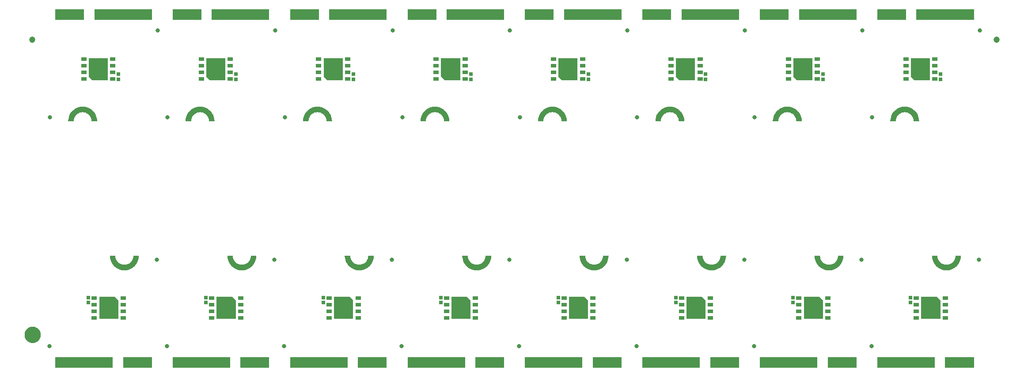
<source format=gbs>
G04 EAGLE Gerber RS-274X export*
G75*
%MOMM*%
%FSLAX34Y34*%
%LPD*%
%INSoldermask Bottom*%
%IPPOS*%
%AMOC8*
5,1,8,0,0,1.08239X$1,22.5*%
G01*
%ADD10C,0.838200*%
%ADD11R,1.053200X0.703200*%
%ADD12R,0.803200X0.803200*%
%ADD13R,0.553200X2.153200*%
%ADD14C,0.555600*%
%ADD15C,1.203200*%
%ADD16C,1.270000*%
%ADD17C,1.703200*%

G36*
X343101Y557006D02*
X343101Y557006D01*
X343118Y557003D01*
X343167Y557025D01*
X343218Y557040D01*
X343230Y557053D01*
X343245Y557060D01*
X343275Y557105D01*
X343310Y557145D01*
X343313Y557162D01*
X343322Y557177D01*
X343333Y557250D01*
X343333Y599500D01*
X343329Y599516D01*
X343331Y599533D01*
X343309Y599583D01*
X343294Y599634D01*
X343281Y599645D01*
X343274Y599661D01*
X343229Y599691D01*
X343189Y599726D01*
X343172Y599729D01*
X343158Y599738D01*
X343084Y599749D01*
X307084Y599749D01*
X307068Y599744D01*
X307051Y599747D01*
X307002Y599725D01*
X306950Y599710D01*
X306939Y599697D01*
X306923Y599690D01*
X306893Y599645D01*
X306858Y599605D01*
X306855Y599588D01*
X306846Y599574D01*
X306835Y599500D01*
X306835Y563750D01*
X306852Y563692D01*
X306864Y563634D01*
X306872Y563622D01*
X306874Y563616D01*
X306882Y563609D01*
X306908Y563574D01*
X313408Y557074D01*
X313461Y557045D01*
X313511Y557012D01*
X313525Y557010D01*
X313531Y557007D01*
X313541Y557007D01*
X313584Y557001D01*
X343084Y557001D01*
X343101Y557006D01*
G37*
G36*
X1468498Y557006D02*
X1468498Y557006D01*
X1468515Y557003D01*
X1468565Y557025D01*
X1468616Y557040D01*
X1468627Y557053D01*
X1468643Y557060D01*
X1468673Y557105D01*
X1468708Y557145D01*
X1468711Y557162D01*
X1468720Y557177D01*
X1468731Y557250D01*
X1468731Y599500D01*
X1468726Y599516D01*
X1468729Y599533D01*
X1468707Y599583D01*
X1468692Y599634D01*
X1468679Y599645D01*
X1468672Y599661D01*
X1468627Y599691D01*
X1468587Y599726D01*
X1468570Y599729D01*
X1468556Y599738D01*
X1468482Y599749D01*
X1432482Y599749D01*
X1432466Y599744D01*
X1432449Y599747D01*
X1432399Y599725D01*
X1432348Y599710D01*
X1432337Y599697D01*
X1432321Y599690D01*
X1432291Y599645D01*
X1432256Y599605D01*
X1432253Y599588D01*
X1432244Y599574D01*
X1432233Y599500D01*
X1432233Y563750D01*
X1432250Y563692D01*
X1432262Y563634D01*
X1432270Y563622D01*
X1432272Y563616D01*
X1432280Y563609D01*
X1432306Y563574D01*
X1438806Y557074D01*
X1438858Y557045D01*
X1438909Y557012D01*
X1438923Y557010D01*
X1438928Y557007D01*
X1438939Y557007D01*
X1438982Y557001D01*
X1468482Y557001D01*
X1468498Y557006D01*
G37*
G36*
X1693568Y557006D02*
X1693568Y557006D01*
X1693585Y557003D01*
X1693634Y557025D01*
X1693686Y557040D01*
X1693697Y557053D01*
X1693713Y557060D01*
X1693742Y557105D01*
X1693778Y557145D01*
X1693780Y557162D01*
X1693790Y557177D01*
X1693801Y557250D01*
X1693801Y599500D01*
X1693796Y599516D01*
X1693798Y599533D01*
X1693777Y599583D01*
X1693761Y599634D01*
X1693749Y599645D01*
X1693742Y599661D01*
X1693697Y599691D01*
X1693656Y599726D01*
X1693639Y599729D01*
X1693625Y599738D01*
X1693551Y599749D01*
X1657551Y599749D01*
X1657535Y599744D01*
X1657518Y599747D01*
X1657469Y599725D01*
X1657417Y599710D01*
X1657406Y599697D01*
X1657390Y599690D01*
X1657361Y599645D01*
X1657325Y599605D01*
X1657323Y599588D01*
X1657313Y599574D01*
X1657302Y599500D01*
X1657302Y563750D01*
X1657319Y563692D01*
X1657331Y563634D01*
X1657340Y563622D01*
X1657341Y563616D01*
X1657349Y563609D01*
X1657375Y563574D01*
X1663875Y557074D01*
X1663928Y557045D01*
X1663978Y557012D01*
X1663992Y557010D01*
X1663998Y557007D01*
X1664008Y557007D01*
X1664051Y557001D01*
X1693551Y557001D01*
X1693568Y557006D01*
G37*
G36*
X568170Y557006D02*
X568170Y557006D01*
X568187Y557003D01*
X568236Y557025D01*
X568288Y557040D01*
X568299Y557053D01*
X568315Y557060D01*
X568344Y557105D01*
X568380Y557145D01*
X568382Y557162D01*
X568392Y557177D01*
X568403Y557250D01*
X568403Y599500D01*
X568398Y599516D01*
X568401Y599533D01*
X568379Y599583D01*
X568364Y599634D01*
X568351Y599645D01*
X568344Y599661D01*
X568299Y599691D01*
X568258Y599726D01*
X568241Y599729D01*
X568227Y599738D01*
X568154Y599749D01*
X532154Y599749D01*
X532137Y599744D01*
X532120Y599747D01*
X532071Y599725D01*
X532019Y599710D01*
X532008Y599697D01*
X531992Y599690D01*
X531963Y599645D01*
X531927Y599605D01*
X531925Y599588D01*
X531915Y599574D01*
X531904Y599500D01*
X531904Y563750D01*
X531921Y563692D01*
X531933Y563634D01*
X531942Y563622D01*
X531944Y563616D01*
X531951Y563609D01*
X531977Y563574D01*
X538477Y557074D01*
X538530Y557045D01*
X538580Y557012D01*
X538594Y557010D01*
X538600Y557007D01*
X538610Y557007D01*
X538654Y557001D01*
X568154Y557001D01*
X568170Y557006D01*
G37*
G36*
X1243429Y557006D02*
X1243429Y557006D01*
X1243446Y557003D01*
X1243495Y557025D01*
X1243547Y557040D01*
X1243558Y557053D01*
X1243574Y557060D01*
X1243603Y557105D01*
X1243639Y557145D01*
X1243641Y557162D01*
X1243651Y557177D01*
X1243662Y557250D01*
X1243662Y599500D01*
X1243657Y599516D01*
X1243660Y599533D01*
X1243638Y599583D01*
X1243623Y599634D01*
X1243610Y599645D01*
X1243603Y599661D01*
X1243558Y599691D01*
X1243517Y599726D01*
X1243500Y599729D01*
X1243486Y599738D01*
X1243413Y599749D01*
X1207413Y599749D01*
X1207396Y599744D01*
X1207379Y599747D01*
X1207330Y599725D01*
X1207278Y599710D01*
X1207267Y599697D01*
X1207251Y599690D01*
X1207222Y599645D01*
X1207186Y599605D01*
X1207184Y599588D01*
X1207174Y599574D01*
X1207163Y599500D01*
X1207163Y563750D01*
X1207180Y563692D01*
X1207192Y563634D01*
X1207201Y563622D01*
X1207203Y563616D01*
X1207210Y563609D01*
X1207236Y563574D01*
X1213736Y557074D01*
X1213789Y557045D01*
X1213839Y557012D01*
X1213853Y557010D01*
X1213859Y557007D01*
X1213869Y557007D01*
X1213913Y557001D01*
X1243413Y557001D01*
X1243429Y557006D01*
G37*
G36*
X118006Y557006D02*
X118006Y557006D01*
X118023Y557003D01*
X118072Y557025D01*
X118124Y557040D01*
X118135Y557053D01*
X118151Y557060D01*
X118180Y557105D01*
X118216Y557145D01*
X118218Y557162D01*
X118228Y557177D01*
X118239Y557250D01*
X118239Y599500D01*
X118234Y599516D01*
X118236Y599533D01*
X118215Y599583D01*
X118199Y599634D01*
X118187Y599645D01*
X118180Y599661D01*
X118135Y599691D01*
X118094Y599726D01*
X118077Y599729D01*
X118063Y599738D01*
X117989Y599749D01*
X81989Y599749D01*
X81973Y599744D01*
X81956Y599747D01*
X81907Y599725D01*
X81855Y599710D01*
X81844Y599697D01*
X81828Y599690D01*
X81799Y599645D01*
X81763Y599605D01*
X81761Y599588D01*
X81751Y599574D01*
X81740Y599500D01*
X81740Y563750D01*
X81757Y563692D01*
X81769Y563634D01*
X81778Y563622D01*
X81779Y563616D01*
X81787Y563609D01*
X81813Y563574D01*
X88313Y557074D01*
X88366Y557045D01*
X88416Y557012D01*
X88430Y557010D01*
X88436Y557007D01*
X88446Y557007D01*
X88489Y557001D01*
X117989Y557001D01*
X118006Y557006D01*
G37*
G36*
X793265Y557006D02*
X793265Y557006D01*
X793282Y557003D01*
X793331Y557025D01*
X793383Y557040D01*
X793394Y557053D01*
X793410Y557060D01*
X793439Y557105D01*
X793475Y557145D01*
X793477Y557162D01*
X793487Y557177D01*
X793498Y557250D01*
X793498Y599500D01*
X793493Y599516D01*
X793495Y599533D01*
X793474Y599583D01*
X793458Y599634D01*
X793446Y599645D01*
X793439Y599661D01*
X793394Y599691D01*
X793353Y599726D01*
X793336Y599729D01*
X793322Y599738D01*
X793248Y599749D01*
X757248Y599749D01*
X757232Y599744D01*
X757215Y599747D01*
X757166Y599725D01*
X757114Y599710D01*
X757103Y599697D01*
X757087Y599690D01*
X757058Y599645D01*
X757022Y599605D01*
X757020Y599588D01*
X757010Y599574D01*
X756999Y599500D01*
X756999Y563750D01*
X757016Y563692D01*
X757028Y563634D01*
X757037Y563622D01*
X757038Y563616D01*
X757046Y563609D01*
X757072Y563574D01*
X763572Y557074D01*
X763625Y557045D01*
X763675Y557012D01*
X763689Y557010D01*
X763695Y557007D01*
X763705Y557007D01*
X763748Y557001D01*
X793248Y557001D01*
X793265Y557006D01*
G37*
G36*
X1018334Y557006D02*
X1018334Y557006D01*
X1018351Y557003D01*
X1018400Y557025D01*
X1018452Y557040D01*
X1018463Y557053D01*
X1018479Y557060D01*
X1018509Y557105D01*
X1018544Y557145D01*
X1018547Y557162D01*
X1018556Y557177D01*
X1018567Y557250D01*
X1018567Y599500D01*
X1018562Y599516D01*
X1018565Y599533D01*
X1018543Y599583D01*
X1018528Y599634D01*
X1018515Y599645D01*
X1018508Y599661D01*
X1018463Y599691D01*
X1018423Y599726D01*
X1018406Y599729D01*
X1018391Y599738D01*
X1018318Y599749D01*
X982318Y599749D01*
X982301Y599744D01*
X982284Y599747D01*
X982235Y599725D01*
X982184Y599710D01*
X982172Y599697D01*
X982157Y599690D01*
X982127Y599645D01*
X982092Y599605D01*
X982089Y599588D01*
X982080Y599574D01*
X982069Y599500D01*
X982069Y563750D01*
X982085Y563692D01*
X982097Y563634D01*
X982106Y563622D01*
X982108Y563616D01*
X982116Y563609D01*
X982142Y563574D01*
X988642Y557074D01*
X988694Y557045D01*
X988744Y557012D01*
X988758Y557010D01*
X988764Y557007D01*
X988774Y557007D01*
X988818Y557001D01*
X1018318Y557001D01*
X1018334Y557006D01*
G37*
G36*
X813250Y98756D02*
X813250Y98756D01*
X813267Y98753D01*
X813316Y98775D01*
X813368Y98790D01*
X813379Y98803D01*
X813395Y98810D01*
X813424Y98855D01*
X813460Y98895D01*
X813462Y98912D01*
X813472Y98927D01*
X813483Y99000D01*
X813483Y134750D01*
X813466Y134808D01*
X813454Y134866D01*
X813445Y134878D01*
X813444Y134884D01*
X813436Y134891D01*
X813410Y134926D01*
X806910Y141426D01*
X806857Y141455D01*
X806807Y141488D01*
X806793Y141490D01*
X806787Y141493D01*
X806777Y141493D01*
X806734Y141499D01*
X777234Y141499D01*
X777217Y141494D01*
X777200Y141497D01*
X777151Y141475D01*
X777099Y141460D01*
X777088Y141447D01*
X777072Y141440D01*
X777043Y141395D01*
X777007Y141355D01*
X777005Y141338D01*
X776995Y141324D01*
X776984Y141250D01*
X776984Y99000D01*
X776989Y98984D01*
X776987Y98967D01*
X777008Y98917D01*
X777024Y98866D01*
X777036Y98855D01*
X777043Y98839D01*
X777088Y98809D01*
X777129Y98774D01*
X777146Y98771D01*
X777160Y98762D01*
X777234Y98751D01*
X813234Y98751D01*
X813250Y98756D01*
G37*
G36*
X588181Y98756D02*
X588181Y98756D01*
X588198Y98753D01*
X588247Y98775D01*
X588298Y98790D01*
X588310Y98803D01*
X588325Y98810D01*
X588355Y98855D01*
X588390Y98895D01*
X588393Y98912D01*
X588402Y98927D01*
X588413Y99000D01*
X588413Y134750D01*
X588397Y134808D01*
X588385Y134866D01*
X588376Y134878D01*
X588374Y134884D01*
X588366Y134891D01*
X588340Y134926D01*
X581840Y141426D01*
X581788Y141455D01*
X581738Y141488D01*
X581724Y141490D01*
X581718Y141493D01*
X581708Y141493D01*
X581664Y141499D01*
X552164Y141499D01*
X552148Y141494D01*
X552131Y141497D01*
X552082Y141475D01*
X552030Y141460D01*
X552019Y141447D01*
X552003Y141440D01*
X551973Y141395D01*
X551938Y141355D01*
X551935Y141338D01*
X551926Y141324D01*
X551915Y141250D01*
X551915Y99000D01*
X551920Y98984D01*
X551917Y98967D01*
X551939Y98917D01*
X551954Y98866D01*
X551967Y98855D01*
X551974Y98839D01*
X552019Y98809D01*
X552059Y98774D01*
X552076Y98771D01*
X552091Y98762D01*
X552164Y98751D01*
X588164Y98751D01*
X588181Y98756D01*
G37*
G36*
X1488509Y98756D02*
X1488509Y98756D01*
X1488526Y98753D01*
X1488575Y98775D01*
X1488627Y98790D01*
X1488638Y98803D01*
X1488654Y98810D01*
X1488683Y98855D01*
X1488719Y98895D01*
X1488721Y98912D01*
X1488731Y98927D01*
X1488742Y99000D01*
X1488742Y134750D01*
X1488725Y134808D01*
X1488713Y134866D01*
X1488704Y134878D01*
X1488703Y134884D01*
X1488695Y134891D01*
X1488669Y134926D01*
X1482169Y141426D01*
X1482116Y141455D01*
X1482066Y141488D01*
X1482052Y141490D01*
X1482046Y141493D01*
X1482036Y141493D01*
X1481993Y141499D01*
X1452493Y141499D01*
X1452476Y141494D01*
X1452459Y141497D01*
X1452410Y141475D01*
X1452358Y141460D01*
X1452347Y141447D01*
X1452331Y141440D01*
X1452302Y141395D01*
X1452266Y141355D01*
X1452264Y141338D01*
X1452254Y141324D01*
X1452243Y141250D01*
X1452243Y99000D01*
X1452248Y98984D01*
X1452246Y98967D01*
X1452267Y98917D01*
X1452283Y98866D01*
X1452295Y98855D01*
X1452302Y98839D01*
X1452347Y98809D01*
X1452388Y98774D01*
X1452405Y98771D01*
X1452419Y98762D01*
X1452493Y98751D01*
X1488493Y98751D01*
X1488509Y98756D01*
G37*
G36*
X363086Y98756D02*
X363086Y98756D01*
X363103Y98753D01*
X363152Y98775D01*
X363204Y98790D01*
X363215Y98803D01*
X363231Y98810D01*
X363260Y98855D01*
X363296Y98895D01*
X363298Y98912D01*
X363308Y98927D01*
X363319Y99000D01*
X363319Y134750D01*
X363302Y134808D01*
X363290Y134866D01*
X363281Y134878D01*
X363279Y134884D01*
X363272Y134891D01*
X363246Y134926D01*
X356746Y141426D01*
X356693Y141455D01*
X356643Y141488D01*
X356629Y141490D01*
X356623Y141493D01*
X356613Y141493D01*
X356569Y141499D01*
X327069Y141499D01*
X327053Y141494D01*
X327036Y141497D01*
X326987Y141475D01*
X326935Y141460D01*
X326924Y141447D01*
X326908Y141440D01*
X326879Y141395D01*
X326843Y141355D01*
X326841Y141338D01*
X326831Y141324D01*
X326820Y141250D01*
X326820Y99000D01*
X326825Y98984D01*
X326822Y98967D01*
X326844Y98917D01*
X326859Y98866D01*
X326872Y98855D01*
X326879Y98839D01*
X326924Y98809D01*
X326965Y98774D01*
X326982Y98771D01*
X326996Y98762D01*
X327069Y98751D01*
X363069Y98751D01*
X363086Y98756D01*
G37*
G36*
X1263414Y98756D02*
X1263414Y98756D01*
X1263431Y98753D01*
X1263480Y98775D01*
X1263532Y98790D01*
X1263543Y98803D01*
X1263559Y98810D01*
X1263589Y98855D01*
X1263624Y98895D01*
X1263627Y98912D01*
X1263636Y98927D01*
X1263647Y99000D01*
X1263647Y134750D01*
X1263630Y134808D01*
X1263618Y134866D01*
X1263610Y134878D01*
X1263608Y134884D01*
X1263600Y134891D01*
X1263574Y134926D01*
X1257074Y141426D01*
X1257021Y141455D01*
X1256971Y141488D01*
X1256957Y141490D01*
X1256951Y141493D01*
X1256941Y141493D01*
X1256898Y141499D01*
X1227398Y141499D01*
X1227381Y141494D01*
X1227364Y141497D01*
X1227315Y141475D01*
X1227264Y141460D01*
X1227252Y141447D01*
X1227237Y141440D01*
X1227207Y141395D01*
X1227172Y141355D01*
X1227169Y141338D01*
X1227160Y141324D01*
X1227149Y141250D01*
X1227149Y99000D01*
X1227153Y98984D01*
X1227151Y98967D01*
X1227173Y98917D01*
X1227188Y98866D01*
X1227201Y98855D01*
X1227208Y98839D01*
X1227253Y98809D01*
X1227293Y98774D01*
X1227310Y98771D01*
X1227324Y98762D01*
X1227398Y98751D01*
X1263398Y98751D01*
X1263414Y98756D01*
G37*
G36*
X1038345Y98756D02*
X1038345Y98756D01*
X1038362Y98753D01*
X1038411Y98775D01*
X1038463Y98790D01*
X1038474Y98803D01*
X1038490Y98810D01*
X1038519Y98855D01*
X1038555Y98895D01*
X1038557Y98912D01*
X1038567Y98927D01*
X1038578Y99000D01*
X1038578Y134750D01*
X1038561Y134808D01*
X1038549Y134866D01*
X1038540Y134878D01*
X1038538Y134884D01*
X1038531Y134891D01*
X1038505Y134926D01*
X1032005Y141426D01*
X1031952Y141455D01*
X1031902Y141488D01*
X1031888Y141490D01*
X1031882Y141493D01*
X1031872Y141493D01*
X1031828Y141499D01*
X1002328Y141499D01*
X1002312Y141494D01*
X1002295Y141497D01*
X1002246Y141475D01*
X1002194Y141460D01*
X1002183Y141447D01*
X1002167Y141440D01*
X1002138Y141395D01*
X1002102Y141355D01*
X1002100Y141338D01*
X1002090Y141324D01*
X1002079Y141250D01*
X1002079Y99000D01*
X1002084Y98984D01*
X1002081Y98967D01*
X1002103Y98917D01*
X1002118Y98866D01*
X1002131Y98855D01*
X1002138Y98839D01*
X1002183Y98809D01*
X1002224Y98774D01*
X1002241Y98771D01*
X1002255Y98762D01*
X1002328Y98751D01*
X1038328Y98751D01*
X1038345Y98756D01*
G37*
G36*
X1713578Y98756D02*
X1713578Y98756D01*
X1713595Y98753D01*
X1713645Y98775D01*
X1713696Y98790D01*
X1713707Y98803D01*
X1713723Y98810D01*
X1713753Y98855D01*
X1713788Y98895D01*
X1713791Y98912D01*
X1713800Y98927D01*
X1713811Y99000D01*
X1713811Y134750D01*
X1713794Y134808D01*
X1713782Y134866D01*
X1713774Y134878D01*
X1713772Y134884D01*
X1713764Y134891D01*
X1713738Y134926D01*
X1707238Y141426D01*
X1707186Y141455D01*
X1707136Y141488D01*
X1707121Y141490D01*
X1707116Y141493D01*
X1707105Y141493D01*
X1707062Y141499D01*
X1677562Y141499D01*
X1677546Y141494D01*
X1677529Y141497D01*
X1677479Y141475D01*
X1677428Y141460D01*
X1677417Y141447D01*
X1677401Y141440D01*
X1677371Y141395D01*
X1677336Y141355D01*
X1677333Y141338D01*
X1677324Y141324D01*
X1677313Y141250D01*
X1677313Y99000D01*
X1677318Y98984D01*
X1677315Y98967D01*
X1677337Y98917D01*
X1677352Y98866D01*
X1677365Y98855D01*
X1677372Y98839D01*
X1677417Y98809D01*
X1677457Y98774D01*
X1677474Y98771D01*
X1677489Y98762D01*
X1677562Y98751D01*
X1713562Y98751D01*
X1713578Y98756D01*
G37*
G36*
X138016Y98756D02*
X138016Y98756D01*
X138033Y98753D01*
X138083Y98775D01*
X138134Y98790D01*
X138145Y98803D01*
X138161Y98810D01*
X138191Y98855D01*
X138226Y98895D01*
X138229Y98912D01*
X138238Y98927D01*
X138249Y99000D01*
X138249Y134750D01*
X138232Y134808D01*
X138220Y134866D01*
X138212Y134878D01*
X138210Y134884D01*
X138202Y134891D01*
X138176Y134926D01*
X131676Y141426D01*
X131624Y141455D01*
X131574Y141488D01*
X131559Y141490D01*
X131554Y141493D01*
X131543Y141493D01*
X131500Y141499D01*
X102000Y141499D01*
X101984Y141494D01*
X101967Y141497D01*
X101917Y141475D01*
X101866Y141460D01*
X101855Y141447D01*
X101839Y141440D01*
X101809Y141395D01*
X101774Y141355D01*
X101771Y141338D01*
X101762Y141324D01*
X101751Y141250D01*
X101751Y99000D01*
X101756Y98984D01*
X101753Y98967D01*
X101775Y98917D01*
X101790Y98866D01*
X101803Y98855D01*
X101810Y98839D01*
X101855Y98809D01*
X101895Y98774D01*
X101912Y98771D01*
X101927Y98762D01*
X102000Y98751D01*
X138000Y98751D01*
X138016Y98756D01*
G37*
G36*
X1504424Y192531D02*
X1504424Y192531D01*
X1504433Y192535D01*
X1504459Y192536D01*
X1508293Y193370D01*
X1508302Y193375D01*
X1508327Y193380D01*
X1512004Y194752D01*
X1512011Y194757D01*
X1512036Y194766D01*
X1515480Y196647D01*
X1515486Y196654D01*
X1515510Y196666D01*
X1518651Y199017D01*
X1518656Y199025D01*
X1518678Y199041D01*
X1521452Y201815D01*
X1521457Y201824D01*
X1521475Y201842D01*
X1523827Y204983D01*
X1523830Y204992D01*
X1523846Y205013D01*
X1525726Y208457D01*
X1525728Y208466D01*
X1525741Y208489D01*
X1527112Y212165D01*
X1527113Y212175D01*
X1527122Y212199D01*
X1527956Y216033D01*
X1527956Y216043D01*
X1527961Y216069D01*
X1528241Y219982D01*
X1528236Y220008D01*
X1528240Y220033D01*
X1528221Y220075D01*
X1528212Y220119D01*
X1528193Y220137D01*
X1528183Y220161D01*
X1528145Y220186D01*
X1528113Y220218D01*
X1528088Y220224D01*
X1528066Y220238D01*
X1527993Y220249D01*
X1517993Y220249D01*
X1517986Y220247D01*
X1517979Y220249D01*
X1517919Y220228D01*
X1517858Y220210D01*
X1517854Y220205D01*
X1517847Y220202D01*
X1517808Y220152D01*
X1517766Y220105D01*
X1517765Y220098D01*
X1517761Y220092D01*
X1517744Y220020D01*
X1517530Y217302D01*
X1516898Y214669D01*
X1515862Y212169D01*
X1514448Y209861D01*
X1512690Y207802D01*
X1510632Y206044D01*
X1508324Y204630D01*
X1505823Y203594D01*
X1503191Y202962D01*
X1500493Y202750D01*
X1497794Y202962D01*
X1495162Y203594D01*
X1492661Y204630D01*
X1490353Y206044D01*
X1488295Y207802D01*
X1488241Y207865D01*
X1487816Y208364D01*
X1487815Y208364D01*
X1487603Y208613D01*
X1487390Y208862D01*
X1487177Y209112D01*
X1486751Y209610D01*
X1486538Y209859D01*
X1486537Y209861D01*
X1485123Y212169D01*
X1484087Y214669D01*
X1483455Y217302D01*
X1483241Y220020D01*
X1483239Y220026D01*
X1483240Y220033D01*
X1483214Y220091D01*
X1483191Y220150D01*
X1483186Y220155D01*
X1483183Y220161D01*
X1483130Y220196D01*
X1483079Y220234D01*
X1483072Y220234D01*
X1483066Y220238D01*
X1482993Y220249D01*
X1472993Y220249D01*
X1472968Y220242D01*
X1472942Y220244D01*
X1472902Y220223D01*
X1472858Y220210D01*
X1472841Y220190D01*
X1472818Y220178D01*
X1472796Y220139D01*
X1472766Y220105D01*
X1472763Y220079D01*
X1472750Y220056D01*
X1472744Y219982D01*
X1473024Y216069D01*
X1473027Y216059D01*
X1473029Y216033D01*
X1473863Y212199D01*
X1473868Y212191D01*
X1473873Y212165D01*
X1475244Y208489D01*
X1475250Y208481D01*
X1475259Y208457D01*
X1477139Y205013D01*
X1477146Y205006D01*
X1477159Y204983D01*
X1479510Y201842D01*
X1479518Y201836D01*
X1479533Y201815D01*
X1482308Y199041D01*
X1482316Y199036D01*
X1482335Y199017D01*
X1485476Y196666D01*
X1485485Y196663D01*
X1485506Y196647D01*
X1488949Y194766D01*
X1488959Y194764D01*
X1488982Y194752D01*
X1492658Y193380D01*
X1492668Y193380D01*
X1492692Y193370D01*
X1496526Y192536D01*
X1496536Y192537D01*
X1496561Y192531D01*
X1500475Y192251D01*
X1500484Y192253D01*
X1500510Y192251D01*
X1504424Y192531D01*
G37*
G36*
X829165Y192531D02*
X829165Y192531D01*
X829174Y192535D01*
X829200Y192536D01*
X833034Y193370D01*
X833043Y193375D01*
X833068Y193380D01*
X836745Y194752D01*
X836752Y194757D01*
X836777Y194766D01*
X840221Y196647D01*
X840227Y196654D01*
X840251Y196666D01*
X843392Y199017D01*
X843397Y199025D01*
X843419Y199041D01*
X846193Y201815D01*
X846198Y201824D01*
X846216Y201842D01*
X848568Y204983D01*
X848571Y204992D01*
X848587Y205013D01*
X850467Y208457D01*
X850469Y208466D01*
X850482Y208489D01*
X851853Y212165D01*
X851854Y212175D01*
X851863Y212199D01*
X852697Y216033D01*
X852697Y216043D01*
X852702Y216069D01*
X852982Y219982D01*
X852977Y220008D01*
X852981Y220033D01*
X852962Y220075D01*
X852953Y220119D01*
X852934Y220137D01*
X852924Y220161D01*
X852886Y220186D01*
X852854Y220218D01*
X852829Y220224D01*
X852807Y220238D01*
X852734Y220249D01*
X842734Y220249D01*
X842727Y220247D01*
X842720Y220249D01*
X842660Y220228D01*
X842599Y220210D01*
X842595Y220205D01*
X842588Y220202D01*
X842549Y220152D01*
X842507Y220105D01*
X842506Y220098D01*
X842502Y220092D01*
X842485Y220020D01*
X842271Y217302D01*
X841639Y214669D01*
X840603Y212169D01*
X839189Y209861D01*
X837431Y207802D01*
X835373Y206044D01*
X833065Y204630D01*
X830564Y203594D01*
X827932Y202962D01*
X825234Y202750D01*
X822535Y202962D01*
X819903Y203594D01*
X817402Y204630D01*
X815094Y206044D01*
X813036Y207802D01*
X812982Y207865D01*
X812557Y208364D01*
X812556Y208364D01*
X812344Y208613D01*
X812131Y208862D01*
X811918Y209112D01*
X811492Y209610D01*
X811279Y209859D01*
X811278Y209861D01*
X809864Y212169D01*
X808828Y214669D01*
X808196Y217302D01*
X807982Y220020D01*
X807980Y220026D01*
X807981Y220033D01*
X807955Y220091D01*
X807932Y220150D01*
X807927Y220155D01*
X807924Y220161D01*
X807871Y220196D01*
X807820Y220234D01*
X807813Y220234D01*
X807807Y220238D01*
X807734Y220249D01*
X797734Y220249D01*
X797709Y220242D01*
X797683Y220244D01*
X797643Y220223D01*
X797599Y220210D01*
X797582Y220190D01*
X797559Y220178D01*
X797537Y220139D01*
X797507Y220105D01*
X797504Y220079D01*
X797491Y220056D01*
X797485Y219982D01*
X797765Y216069D01*
X797768Y216059D01*
X797770Y216033D01*
X798604Y212199D01*
X798609Y212191D01*
X798614Y212165D01*
X799985Y208489D01*
X799991Y208481D01*
X800000Y208457D01*
X801880Y205013D01*
X801887Y205006D01*
X801900Y204983D01*
X804251Y201842D01*
X804259Y201836D01*
X804274Y201815D01*
X807049Y199041D01*
X807057Y199036D01*
X807076Y199017D01*
X810217Y196666D01*
X810226Y196663D01*
X810247Y196647D01*
X813690Y194766D01*
X813700Y194764D01*
X813723Y194752D01*
X817399Y193380D01*
X817409Y193380D01*
X817433Y193370D01*
X821267Y192536D01*
X821277Y192537D01*
X821302Y192531D01*
X825216Y192251D01*
X825225Y192253D01*
X825251Y192251D01*
X829165Y192531D01*
G37*
G36*
X1279329Y192531D02*
X1279329Y192531D01*
X1279338Y192535D01*
X1279364Y192536D01*
X1283198Y193370D01*
X1283207Y193375D01*
X1283233Y193380D01*
X1286909Y194752D01*
X1286917Y194757D01*
X1286941Y194766D01*
X1290385Y196647D01*
X1290392Y196654D01*
X1290415Y196666D01*
X1293556Y199017D01*
X1293562Y199025D01*
X1293583Y199041D01*
X1296357Y201815D01*
X1296362Y201824D01*
X1296380Y201842D01*
X1298732Y204983D01*
X1298735Y204992D01*
X1298751Y205013D01*
X1300631Y208457D01*
X1300634Y208466D01*
X1300646Y208489D01*
X1302017Y212165D01*
X1302018Y212175D01*
X1302027Y212199D01*
X1302861Y216033D01*
X1302861Y216043D01*
X1302867Y216069D01*
X1303146Y219982D01*
X1303141Y220008D01*
X1303145Y220033D01*
X1303126Y220075D01*
X1303117Y220119D01*
X1303099Y220137D01*
X1303088Y220161D01*
X1303050Y220186D01*
X1303018Y220218D01*
X1302993Y220224D01*
X1302971Y220238D01*
X1302898Y220249D01*
X1292898Y220249D01*
X1292891Y220247D01*
X1292884Y220249D01*
X1292825Y220228D01*
X1292764Y220210D01*
X1292759Y220205D01*
X1292752Y220202D01*
X1292713Y220152D01*
X1292672Y220105D01*
X1292671Y220098D01*
X1292666Y220092D01*
X1292649Y220020D01*
X1292435Y217302D01*
X1291804Y214669D01*
X1290768Y212169D01*
X1289353Y209861D01*
X1287595Y207802D01*
X1285537Y206044D01*
X1283229Y204630D01*
X1280728Y203594D01*
X1278096Y202962D01*
X1275398Y202750D01*
X1272699Y202962D01*
X1270067Y203594D01*
X1267566Y204630D01*
X1265259Y206044D01*
X1263200Y207802D01*
X1263147Y207865D01*
X1263146Y207865D01*
X1262721Y208364D01*
X1262508Y208613D01*
X1262295Y208862D01*
X1262082Y209112D01*
X1261656Y209610D01*
X1261443Y209859D01*
X1261442Y209861D01*
X1260028Y212169D01*
X1258992Y214669D01*
X1258360Y217302D01*
X1258146Y220020D01*
X1258144Y220026D01*
X1258145Y220033D01*
X1258119Y220091D01*
X1258097Y220150D01*
X1258091Y220155D01*
X1258088Y220161D01*
X1258035Y220196D01*
X1257985Y220234D01*
X1257977Y220234D01*
X1257971Y220238D01*
X1257898Y220249D01*
X1247898Y220249D01*
X1247873Y220242D01*
X1247847Y220244D01*
X1247807Y220223D01*
X1247764Y220210D01*
X1247746Y220190D01*
X1247724Y220178D01*
X1247701Y220139D01*
X1247672Y220105D01*
X1247668Y220079D01*
X1247655Y220056D01*
X1247649Y219982D01*
X1247929Y216069D01*
X1247932Y216059D01*
X1247934Y216033D01*
X1248768Y212199D01*
X1248773Y212191D01*
X1248778Y212165D01*
X1250149Y208489D01*
X1250155Y208481D01*
X1250164Y208457D01*
X1252045Y205013D01*
X1252051Y205006D01*
X1252064Y204983D01*
X1254415Y201842D01*
X1254423Y201836D01*
X1254438Y201815D01*
X1257213Y199041D01*
X1257221Y199036D01*
X1257240Y199017D01*
X1260381Y196666D01*
X1260390Y196663D01*
X1260411Y196647D01*
X1263854Y194766D01*
X1263864Y194764D01*
X1263887Y194752D01*
X1267563Y193380D01*
X1267573Y193380D01*
X1267597Y193370D01*
X1271431Y192536D01*
X1271441Y192537D01*
X1271466Y192531D01*
X1275380Y192251D01*
X1275390Y192253D01*
X1275416Y192251D01*
X1279329Y192531D01*
G37*
G36*
X153931Y192531D02*
X153931Y192531D01*
X153941Y192535D01*
X153967Y192536D01*
X157801Y193370D01*
X157809Y193375D01*
X157835Y193380D01*
X161511Y194752D01*
X161519Y194757D01*
X161543Y194766D01*
X164987Y196647D01*
X164994Y196654D01*
X165017Y196666D01*
X168158Y199017D01*
X168164Y199025D01*
X168185Y199041D01*
X170959Y201815D01*
X170964Y201824D01*
X170983Y201842D01*
X173334Y204983D01*
X173337Y204992D01*
X173353Y205013D01*
X175234Y208457D01*
X175236Y208466D01*
X175248Y208489D01*
X176620Y212165D01*
X176620Y212175D01*
X176630Y212199D01*
X177464Y216033D01*
X177463Y216043D01*
X177469Y216069D01*
X177749Y219982D01*
X177743Y220008D01*
X177747Y220033D01*
X177729Y220075D01*
X177719Y220119D01*
X177701Y220137D01*
X177690Y220161D01*
X177652Y220186D01*
X177621Y220218D01*
X177595Y220224D01*
X177574Y220238D01*
X177500Y220249D01*
X167500Y220249D01*
X167493Y220247D01*
X167486Y220249D01*
X167427Y220228D01*
X167366Y220210D01*
X167361Y220205D01*
X167354Y220202D01*
X167316Y220152D01*
X167274Y220105D01*
X167273Y220098D01*
X167268Y220092D01*
X167252Y220020D01*
X167038Y217302D01*
X166406Y214669D01*
X165370Y212169D01*
X163956Y209861D01*
X162198Y207802D01*
X160139Y206044D01*
X157831Y204630D01*
X155331Y203594D01*
X152698Y202962D01*
X150000Y202750D01*
X147302Y202962D01*
X144669Y203594D01*
X142169Y204630D01*
X139861Y206044D01*
X137802Y207802D01*
X137749Y207865D01*
X137323Y208364D01*
X137110Y208613D01*
X136897Y208862D01*
X136684Y209112D01*
X136259Y209610D01*
X136258Y209610D01*
X136046Y209859D01*
X136044Y209861D01*
X134630Y212169D01*
X133594Y214669D01*
X132962Y217302D01*
X132748Y220020D01*
X132746Y220026D01*
X132747Y220033D01*
X132721Y220091D01*
X132699Y220150D01*
X132693Y220155D01*
X132690Y220161D01*
X132637Y220196D01*
X132587Y220234D01*
X132580Y220234D01*
X132574Y220238D01*
X132500Y220249D01*
X122500Y220249D01*
X122475Y220242D01*
X122449Y220244D01*
X122409Y220223D01*
X122366Y220210D01*
X122349Y220190D01*
X122326Y220178D01*
X122304Y220139D01*
X122274Y220105D01*
X122270Y220079D01*
X122257Y220056D01*
X122251Y219982D01*
X122531Y216069D01*
X122535Y216059D01*
X122536Y216033D01*
X123370Y212199D01*
X123375Y212191D01*
X123380Y212165D01*
X124752Y208489D01*
X124757Y208481D01*
X124766Y208457D01*
X126647Y205013D01*
X126654Y205006D01*
X126666Y204983D01*
X129017Y201842D01*
X129025Y201836D01*
X129041Y201815D01*
X131815Y199041D01*
X131824Y199036D01*
X131842Y199017D01*
X134983Y196666D01*
X134992Y196663D01*
X135013Y196647D01*
X138457Y194766D01*
X138466Y194764D01*
X138489Y194752D01*
X142165Y193380D01*
X142175Y193380D01*
X142199Y193370D01*
X146033Y192536D01*
X146043Y192537D01*
X146069Y192531D01*
X149982Y192251D01*
X149992Y192253D01*
X150018Y192251D01*
X153931Y192531D01*
G37*
G36*
X604096Y192531D02*
X604096Y192531D01*
X604105Y192535D01*
X604131Y192536D01*
X607965Y193370D01*
X607973Y193375D01*
X607999Y193380D01*
X611675Y194752D01*
X611683Y194757D01*
X611708Y194766D01*
X615151Y196647D01*
X615158Y196654D01*
X615181Y196666D01*
X618322Y199017D01*
X618328Y199025D01*
X618349Y199041D01*
X621124Y201815D01*
X621128Y201824D01*
X621147Y201842D01*
X623498Y204983D01*
X623502Y204992D01*
X623517Y205013D01*
X625398Y208457D01*
X625400Y208466D01*
X625413Y208489D01*
X626784Y212165D01*
X626784Y212175D01*
X626794Y212199D01*
X627628Y216033D01*
X627627Y216043D01*
X627633Y216069D01*
X627913Y219982D01*
X627907Y220008D01*
X627911Y220033D01*
X627893Y220075D01*
X627883Y220119D01*
X627865Y220137D01*
X627854Y220161D01*
X627817Y220186D01*
X627785Y220218D01*
X627759Y220224D01*
X627738Y220238D01*
X627664Y220249D01*
X617664Y220249D01*
X617657Y220247D01*
X617650Y220249D01*
X617591Y220228D01*
X617530Y220210D01*
X617525Y220205D01*
X617518Y220202D01*
X617480Y220152D01*
X617438Y220105D01*
X617437Y220098D01*
X617433Y220092D01*
X617416Y220020D01*
X617202Y217302D01*
X616570Y214669D01*
X615534Y212169D01*
X614120Y209861D01*
X612362Y207802D01*
X610304Y206044D01*
X607996Y204630D01*
X605495Y203594D01*
X602863Y202962D01*
X600164Y202750D01*
X597466Y202962D01*
X594834Y203594D01*
X592333Y204630D01*
X590025Y206044D01*
X587967Y207802D01*
X587913Y207865D01*
X587487Y208364D01*
X587274Y208613D01*
X587061Y208862D01*
X586848Y209112D01*
X586423Y209610D01*
X586210Y209859D01*
X586209Y209861D01*
X584794Y212169D01*
X583759Y214669D01*
X583127Y217302D01*
X582913Y220020D01*
X582910Y220026D01*
X582911Y220033D01*
X582885Y220091D01*
X582863Y220150D01*
X582857Y220155D01*
X582854Y220161D01*
X582802Y220196D01*
X582751Y220234D01*
X582744Y220234D01*
X582738Y220238D01*
X582664Y220249D01*
X572664Y220249D01*
X572639Y220242D01*
X572613Y220244D01*
X572573Y220223D01*
X572530Y220210D01*
X572513Y220190D01*
X572490Y220178D01*
X572468Y220139D01*
X572438Y220105D01*
X572434Y220079D01*
X572421Y220056D01*
X572416Y219982D01*
X572695Y216069D01*
X572699Y216059D01*
X572701Y216033D01*
X573535Y212199D01*
X573539Y212191D01*
X573545Y212165D01*
X574916Y208489D01*
X574922Y208481D01*
X574931Y208457D01*
X576811Y205013D01*
X576818Y205006D01*
X576830Y204983D01*
X579182Y201842D01*
X579189Y201836D01*
X579205Y201815D01*
X581979Y199041D01*
X581988Y199036D01*
X582006Y199017D01*
X585147Y196666D01*
X585156Y196663D01*
X585177Y196647D01*
X588621Y194766D01*
X588630Y194764D01*
X588653Y194752D01*
X592329Y193380D01*
X592339Y193380D01*
X592364Y193370D01*
X596198Y192536D01*
X596207Y192537D01*
X596233Y192531D01*
X600146Y192251D01*
X600156Y192253D01*
X600182Y192251D01*
X604096Y192531D01*
G37*
G36*
X1729493Y192531D02*
X1729493Y192531D01*
X1729503Y192535D01*
X1729529Y192536D01*
X1733363Y193370D01*
X1733371Y193375D01*
X1733397Y193380D01*
X1737073Y194752D01*
X1737081Y194757D01*
X1737105Y194766D01*
X1740549Y196647D01*
X1740556Y196654D01*
X1740579Y196666D01*
X1743720Y199017D01*
X1743726Y199025D01*
X1743747Y199041D01*
X1746521Y201815D01*
X1746526Y201824D01*
X1746545Y201842D01*
X1748896Y204983D01*
X1748899Y204992D01*
X1748915Y205013D01*
X1750796Y208457D01*
X1750798Y208466D01*
X1750810Y208489D01*
X1752182Y212165D01*
X1752182Y212175D01*
X1752192Y212199D01*
X1753026Y216033D01*
X1753025Y216043D01*
X1753031Y216069D01*
X1753311Y219982D01*
X1753305Y220008D01*
X1753309Y220033D01*
X1753291Y220075D01*
X1753281Y220119D01*
X1753263Y220137D01*
X1753252Y220161D01*
X1753214Y220186D01*
X1753183Y220218D01*
X1753157Y220224D01*
X1753136Y220238D01*
X1753062Y220249D01*
X1743062Y220249D01*
X1743055Y220247D01*
X1743048Y220249D01*
X1742989Y220228D01*
X1742928Y220210D01*
X1742923Y220205D01*
X1742916Y220202D01*
X1742878Y220152D01*
X1742836Y220105D01*
X1742835Y220098D01*
X1742830Y220092D01*
X1742814Y220020D01*
X1742600Y217302D01*
X1741968Y214669D01*
X1740932Y212169D01*
X1739518Y209861D01*
X1737760Y207802D01*
X1735701Y206044D01*
X1733393Y204630D01*
X1730893Y203594D01*
X1728260Y202962D01*
X1725562Y202750D01*
X1722864Y202962D01*
X1720231Y203594D01*
X1717731Y204630D01*
X1715423Y206044D01*
X1713364Y207802D01*
X1713311Y207865D01*
X1712885Y208364D01*
X1712672Y208613D01*
X1712459Y208862D01*
X1712246Y209112D01*
X1711821Y209610D01*
X1711820Y209610D01*
X1711608Y209859D01*
X1711606Y209861D01*
X1710192Y212169D01*
X1709156Y214669D01*
X1708524Y217302D01*
X1708310Y220020D01*
X1708308Y220026D01*
X1708309Y220033D01*
X1708283Y220091D01*
X1708261Y220150D01*
X1708255Y220155D01*
X1708252Y220161D01*
X1708199Y220196D01*
X1708149Y220234D01*
X1708142Y220234D01*
X1708136Y220238D01*
X1708062Y220249D01*
X1698062Y220249D01*
X1698037Y220242D01*
X1698011Y220244D01*
X1697971Y220223D01*
X1697928Y220210D01*
X1697911Y220190D01*
X1697888Y220178D01*
X1697866Y220139D01*
X1697836Y220105D01*
X1697832Y220079D01*
X1697819Y220056D01*
X1697813Y219982D01*
X1698093Y216069D01*
X1698097Y216059D01*
X1698098Y216033D01*
X1698932Y212199D01*
X1698937Y212191D01*
X1698942Y212165D01*
X1700314Y208489D01*
X1700319Y208481D01*
X1700328Y208457D01*
X1702209Y205013D01*
X1702216Y205006D01*
X1702228Y204983D01*
X1704579Y201842D01*
X1704587Y201836D01*
X1704603Y201815D01*
X1707377Y199041D01*
X1707386Y199036D01*
X1707404Y199017D01*
X1710545Y196666D01*
X1710554Y196663D01*
X1710575Y196647D01*
X1714019Y194766D01*
X1714028Y194764D01*
X1714051Y194752D01*
X1717727Y193380D01*
X1717737Y193380D01*
X1717761Y193370D01*
X1721595Y192536D01*
X1721605Y192537D01*
X1721631Y192531D01*
X1725544Y192251D01*
X1725554Y192253D01*
X1725580Y192251D01*
X1729493Y192531D01*
G37*
G36*
X379001Y192531D02*
X379001Y192531D01*
X379010Y192535D01*
X379036Y192536D01*
X382870Y193370D01*
X382879Y193375D01*
X382904Y193380D01*
X386580Y194752D01*
X386588Y194757D01*
X386613Y194766D01*
X390056Y196647D01*
X390063Y196654D01*
X390086Y196666D01*
X393227Y199017D01*
X393233Y199025D01*
X393254Y199041D01*
X396029Y201815D01*
X396033Y201824D01*
X396052Y201842D01*
X398403Y204983D01*
X398407Y204992D01*
X398423Y205013D01*
X400303Y208457D01*
X400305Y208466D01*
X400318Y208489D01*
X401689Y212165D01*
X401690Y212175D01*
X401699Y212199D01*
X402533Y216033D01*
X402532Y216043D01*
X402538Y216069D01*
X402818Y219982D01*
X402813Y220008D01*
X402816Y220033D01*
X402798Y220075D01*
X402789Y220119D01*
X402770Y220137D01*
X402760Y220161D01*
X402722Y220186D01*
X402690Y220218D01*
X402665Y220224D01*
X402643Y220238D01*
X402569Y220249D01*
X392569Y220249D01*
X392562Y220247D01*
X392555Y220249D01*
X392496Y220228D01*
X392435Y220210D01*
X392430Y220205D01*
X392424Y220202D01*
X392385Y220152D01*
X392343Y220105D01*
X392342Y220098D01*
X392338Y220092D01*
X392321Y220020D01*
X392107Y217302D01*
X391475Y214669D01*
X390439Y212169D01*
X389025Y209861D01*
X387267Y207802D01*
X385209Y206044D01*
X382901Y204630D01*
X380400Y203594D01*
X377768Y202962D01*
X375069Y202750D01*
X372371Y202962D01*
X369739Y203594D01*
X367238Y204630D01*
X364930Y206044D01*
X362872Y207802D01*
X362818Y207865D01*
X362392Y208364D01*
X362179Y208613D01*
X361967Y208862D01*
X361966Y208862D01*
X361754Y209112D01*
X361328Y209610D01*
X361115Y209859D01*
X361114Y209861D01*
X359700Y212169D01*
X358664Y214669D01*
X358032Y217302D01*
X357818Y220020D01*
X357815Y220026D01*
X357816Y220033D01*
X357791Y220091D01*
X357768Y220150D01*
X357763Y220155D01*
X357760Y220161D01*
X357707Y220196D01*
X357656Y220234D01*
X357649Y220234D01*
X357643Y220238D01*
X357569Y220249D01*
X347569Y220249D01*
X347544Y220242D01*
X347518Y220244D01*
X347479Y220223D01*
X347435Y220210D01*
X347418Y220190D01*
X347395Y220178D01*
X347373Y220139D01*
X347343Y220105D01*
X347339Y220079D01*
X347327Y220056D01*
X347321Y219982D01*
X347601Y216069D01*
X347604Y216059D01*
X347606Y216033D01*
X348440Y212199D01*
X348444Y212191D01*
X348450Y212165D01*
X349821Y208489D01*
X349827Y208481D01*
X349836Y208457D01*
X351716Y205013D01*
X351723Y205006D01*
X351735Y204983D01*
X354087Y201842D01*
X354095Y201836D01*
X354110Y201815D01*
X356885Y199041D01*
X356893Y199036D01*
X356911Y199017D01*
X360052Y196666D01*
X360062Y196663D01*
X360082Y196647D01*
X363526Y194766D01*
X363535Y194764D01*
X363558Y194752D01*
X367235Y193380D01*
X367244Y193380D01*
X367269Y193370D01*
X371103Y192536D01*
X371112Y192537D01*
X371138Y192531D01*
X375052Y192251D01*
X375061Y192253D01*
X375087Y192251D01*
X379001Y192531D01*
G37*
G36*
X1054260Y192531D02*
X1054260Y192531D01*
X1054269Y192535D01*
X1054295Y192536D01*
X1058129Y193370D01*
X1058138Y193375D01*
X1058163Y193380D01*
X1061839Y194752D01*
X1061847Y194757D01*
X1061872Y194766D01*
X1065315Y196647D01*
X1065322Y196654D01*
X1065345Y196666D01*
X1068486Y199017D01*
X1068492Y199025D01*
X1068513Y199041D01*
X1071288Y201815D01*
X1071292Y201824D01*
X1071311Y201842D01*
X1073662Y204983D01*
X1073666Y204992D01*
X1073682Y205013D01*
X1075562Y208457D01*
X1075564Y208466D01*
X1075577Y208489D01*
X1076948Y212165D01*
X1076949Y212175D01*
X1076958Y212199D01*
X1077792Y216033D01*
X1077791Y216043D01*
X1077797Y216069D01*
X1078077Y219982D01*
X1078072Y220008D01*
X1078075Y220033D01*
X1078057Y220075D01*
X1078048Y220119D01*
X1078029Y220137D01*
X1078019Y220161D01*
X1077981Y220186D01*
X1077949Y220218D01*
X1077924Y220224D01*
X1077902Y220238D01*
X1077828Y220249D01*
X1067828Y220249D01*
X1067821Y220247D01*
X1067814Y220249D01*
X1067755Y220228D01*
X1067694Y220210D01*
X1067689Y220205D01*
X1067683Y220202D01*
X1067644Y220152D01*
X1067602Y220105D01*
X1067601Y220098D01*
X1067597Y220092D01*
X1067580Y220020D01*
X1067366Y217302D01*
X1066734Y214669D01*
X1065698Y212169D01*
X1064284Y209861D01*
X1062526Y207802D01*
X1060468Y206044D01*
X1058160Y204630D01*
X1055659Y203594D01*
X1053027Y202962D01*
X1050328Y202750D01*
X1047630Y202962D01*
X1044998Y203594D01*
X1042497Y204630D01*
X1040189Y206044D01*
X1038131Y207802D01*
X1038077Y207865D01*
X1037651Y208364D01*
X1037438Y208613D01*
X1037226Y208862D01*
X1037225Y208862D01*
X1037013Y209112D01*
X1036587Y209610D01*
X1036374Y209859D01*
X1036373Y209861D01*
X1034959Y212169D01*
X1033923Y214669D01*
X1033291Y217302D01*
X1033077Y220020D01*
X1033074Y220026D01*
X1033075Y220033D01*
X1033050Y220091D01*
X1033027Y220150D01*
X1033022Y220155D01*
X1033019Y220161D01*
X1032966Y220196D01*
X1032915Y220234D01*
X1032908Y220234D01*
X1032902Y220238D01*
X1032828Y220249D01*
X1022828Y220249D01*
X1022803Y220242D01*
X1022777Y220244D01*
X1022738Y220223D01*
X1022694Y220210D01*
X1022677Y220190D01*
X1022654Y220178D01*
X1022632Y220139D01*
X1022602Y220105D01*
X1022598Y220079D01*
X1022586Y220056D01*
X1022580Y219982D01*
X1022860Y216069D01*
X1022863Y216059D01*
X1022865Y216033D01*
X1023699Y212199D01*
X1023703Y212191D01*
X1023709Y212165D01*
X1025080Y208489D01*
X1025086Y208481D01*
X1025095Y208457D01*
X1026975Y205013D01*
X1026982Y205006D01*
X1026994Y204983D01*
X1029346Y201842D01*
X1029354Y201836D01*
X1029369Y201815D01*
X1032144Y199041D01*
X1032152Y199036D01*
X1032170Y199017D01*
X1035311Y196666D01*
X1035321Y196663D01*
X1035341Y196647D01*
X1038785Y194766D01*
X1038794Y194764D01*
X1038817Y194752D01*
X1042494Y193380D01*
X1042503Y193380D01*
X1042528Y193370D01*
X1046362Y192536D01*
X1046371Y192537D01*
X1046397Y192531D01*
X1050311Y192251D01*
X1050320Y192253D01*
X1050346Y192251D01*
X1054260Y192531D01*
G37*
G36*
X52496Y478253D02*
X52496Y478253D01*
X52503Y478251D01*
X52563Y478272D01*
X52624Y478290D01*
X52628Y478295D01*
X52635Y478298D01*
X52674Y478348D01*
X52716Y478395D01*
X52717Y478402D01*
X52721Y478408D01*
X52738Y478480D01*
X52952Y481198D01*
X53584Y483831D01*
X54620Y486331D01*
X56034Y488639D01*
X57792Y490698D01*
X59850Y492456D01*
X62158Y493870D01*
X64659Y494906D01*
X67291Y495538D01*
X69989Y495750D01*
X72688Y495538D01*
X75320Y494906D01*
X77821Y493870D01*
X80129Y492456D01*
X82187Y490698D01*
X82311Y490552D01*
X82524Y490303D01*
X82950Y489804D01*
X83163Y489555D01*
X83376Y489306D01*
X83588Y489057D01*
X83589Y489057D01*
X83801Y488807D01*
X83945Y488639D01*
X85359Y486331D01*
X86395Y483831D01*
X87027Y481198D01*
X87241Y478480D01*
X87244Y478474D01*
X87242Y478467D01*
X87268Y478409D01*
X87291Y478350D01*
X87296Y478345D01*
X87299Y478339D01*
X87352Y478304D01*
X87403Y478266D01*
X87410Y478266D01*
X87416Y478262D01*
X87489Y478251D01*
X97489Y478251D01*
X97514Y478258D01*
X97540Y478256D01*
X97580Y478277D01*
X97624Y478290D01*
X97641Y478310D01*
X97664Y478322D01*
X97686Y478361D01*
X97716Y478395D01*
X97719Y478421D01*
X97732Y478444D01*
X97738Y478518D01*
X97458Y482431D01*
X97455Y482441D01*
X97453Y482467D01*
X96619Y486301D01*
X96614Y486309D01*
X96609Y486335D01*
X95238Y490011D01*
X95232Y490019D01*
X95223Y490043D01*
X93343Y493487D01*
X93336Y493494D01*
X93323Y493517D01*
X90972Y496658D01*
X90964Y496664D01*
X90949Y496685D01*
X88174Y499459D01*
X88166Y499464D01*
X88147Y499483D01*
X85006Y501834D01*
X84997Y501837D01*
X84976Y501853D01*
X81533Y503734D01*
X81523Y503736D01*
X81500Y503748D01*
X77824Y505120D01*
X77815Y505120D01*
X77790Y505130D01*
X73956Y505964D01*
X73946Y505963D01*
X73921Y505969D01*
X70007Y506249D01*
X69998Y506247D01*
X69972Y506249D01*
X66058Y505969D01*
X66049Y505965D01*
X66023Y505964D01*
X62189Y505130D01*
X62180Y505125D01*
X62155Y505120D01*
X58478Y503748D01*
X58471Y503743D01*
X58446Y503734D01*
X55002Y501853D01*
X54996Y501846D01*
X54972Y501834D01*
X51831Y499483D01*
X51826Y499475D01*
X51805Y499459D01*
X49030Y496685D01*
X49025Y496676D01*
X49007Y496658D01*
X46655Y493517D01*
X46652Y493508D01*
X46636Y493487D01*
X44756Y490043D01*
X44754Y490034D01*
X44741Y490011D01*
X43370Y486335D01*
X43369Y486325D01*
X43360Y486301D01*
X42526Y482467D01*
X42526Y482457D01*
X42521Y482431D01*
X42241Y478518D01*
X42246Y478492D01*
X42242Y478467D01*
X42261Y478425D01*
X42270Y478381D01*
X42289Y478363D01*
X42299Y478339D01*
X42337Y478314D01*
X42369Y478282D01*
X42394Y478276D01*
X42416Y478262D01*
X42489Y478251D01*
X52489Y478251D01*
X52496Y478253D01*
G37*
G36*
X1177920Y478253D02*
X1177920Y478253D01*
X1177927Y478251D01*
X1177986Y478272D01*
X1178047Y478290D01*
X1178052Y478295D01*
X1178058Y478298D01*
X1178097Y478348D01*
X1178139Y478395D01*
X1178140Y478402D01*
X1178144Y478408D01*
X1178161Y478480D01*
X1178375Y481198D01*
X1179007Y483831D01*
X1180043Y486331D01*
X1181457Y488639D01*
X1183215Y490698D01*
X1185273Y492456D01*
X1187581Y493870D01*
X1190082Y494906D01*
X1192714Y495538D01*
X1195413Y495750D01*
X1198111Y495538D01*
X1200743Y494906D01*
X1203244Y493870D01*
X1205552Y492456D01*
X1207610Y490698D01*
X1207734Y490552D01*
X1207947Y490303D01*
X1208373Y489804D01*
X1208586Y489555D01*
X1208799Y489306D01*
X1209012Y489057D01*
X1209225Y488807D01*
X1209368Y488639D01*
X1210782Y486331D01*
X1211818Y483831D01*
X1212450Y481198D01*
X1212664Y478480D01*
X1212667Y478474D01*
X1212666Y478467D01*
X1212691Y478409D01*
X1212714Y478350D01*
X1212720Y478345D01*
X1212722Y478339D01*
X1212775Y478304D01*
X1212826Y478266D01*
X1212833Y478266D01*
X1212839Y478262D01*
X1212913Y478251D01*
X1222913Y478251D01*
X1222938Y478258D01*
X1222964Y478256D01*
X1223003Y478277D01*
X1223047Y478290D01*
X1223064Y478310D01*
X1223087Y478322D01*
X1223109Y478361D01*
X1223139Y478395D01*
X1223143Y478421D01*
X1223155Y478444D01*
X1223161Y478518D01*
X1222881Y482431D01*
X1222878Y482441D01*
X1222876Y482467D01*
X1222042Y486301D01*
X1222038Y486309D01*
X1222032Y486335D01*
X1220661Y490011D01*
X1220655Y490019D01*
X1220646Y490043D01*
X1218766Y493487D01*
X1218759Y493494D01*
X1218747Y493517D01*
X1216395Y496658D01*
X1216388Y496664D01*
X1216372Y496685D01*
X1213598Y499459D01*
X1213589Y499464D01*
X1213571Y499483D01*
X1210430Y501834D01*
X1210421Y501837D01*
X1210400Y501853D01*
X1206956Y503734D01*
X1206947Y503736D01*
X1206924Y503748D01*
X1203247Y505120D01*
X1203238Y505120D01*
X1203213Y505130D01*
X1199379Y505964D01*
X1199370Y505963D01*
X1199344Y505969D01*
X1195430Y506249D01*
X1195421Y506247D01*
X1195395Y506249D01*
X1191481Y505969D01*
X1191472Y505965D01*
X1191446Y505964D01*
X1187612Y505130D01*
X1187603Y505125D01*
X1187578Y505120D01*
X1183902Y503748D01*
X1183894Y503743D01*
X1183869Y503734D01*
X1180426Y501853D01*
X1180419Y501846D01*
X1180396Y501834D01*
X1177255Y499483D01*
X1177249Y499475D01*
X1177228Y499459D01*
X1174453Y496685D01*
X1174449Y496676D01*
X1174430Y496658D01*
X1172079Y493517D01*
X1172075Y493508D01*
X1172059Y493487D01*
X1170179Y490043D01*
X1170177Y490034D01*
X1170164Y490011D01*
X1168793Y486335D01*
X1168792Y486325D01*
X1168783Y486301D01*
X1167949Y482467D01*
X1167950Y482457D01*
X1167944Y482431D01*
X1167664Y478518D01*
X1167669Y478492D01*
X1167666Y478467D01*
X1167684Y478425D01*
X1167694Y478381D01*
X1167712Y478363D01*
X1167722Y478339D01*
X1167760Y478314D01*
X1167792Y478282D01*
X1167817Y478276D01*
X1167839Y478262D01*
X1167913Y478251D01*
X1177913Y478251D01*
X1177920Y478253D01*
G37*
G36*
X1402989Y478253D02*
X1402989Y478253D01*
X1402996Y478251D01*
X1403055Y478272D01*
X1403116Y478290D01*
X1403121Y478295D01*
X1403128Y478298D01*
X1403167Y478348D01*
X1403208Y478395D01*
X1403209Y478402D01*
X1403214Y478408D01*
X1403230Y478480D01*
X1403444Y481198D01*
X1404076Y483831D01*
X1405112Y486331D01*
X1406526Y488639D01*
X1408284Y490698D01*
X1410343Y492456D01*
X1412651Y493870D01*
X1415151Y494906D01*
X1417784Y495538D01*
X1420482Y495750D01*
X1423180Y495538D01*
X1425813Y494906D01*
X1428313Y493870D01*
X1430621Y492456D01*
X1432680Y490698D01*
X1432804Y490552D01*
X1433017Y490303D01*
X1433442Y489804D01*
X1433443Y489804D01*
X1433655Y489555D01*
X1433868Y489306D01*
X1434081Y489057D01*
X1434294Y488807D01*
X1434438Y488639D01*
X1435852Y486331D01*
X1436888Y483831D01*
X1437520Y481198D01*
X1437734Y478480D01*
X1437736Y478474D01*
X1437735Y478467D01*
X1437761Y478409D01*
X1437783Y478350D01*
X1437789Y478345D01*
X1437792Y478339D01*
X1437845Y478304D01*
X1437895Y478266D01*
X1437903Y478266D01*
X1437909Y478262D01*
X1437982Y478251D01*
X1447982Y478251D01*
X1448007Y478258D01*
X1448033Y478256D01*
X1448073Y478277D01*
X1448116Y478290D01*
X1448133Y478310D01*
X1448156Y478322D01*
X1448178Y478361D01*
X1448208Y478395D01*
X1448212Y478421D01*
X1448225Y478444D01*
X1448231Y478518D01*
X1447951Y482431D01*
X1447947Y482441D01*
X1447946Y482467D01*
X1447112Y486301D01*
X1447107Y486309D01*
X1447102Y486335D01*
X1445730Y490011D01*
X1445725Y490019D01*
X1445716Y490043D01*
X1443835Y493487D01*
X1443828Y493494D01*
X1443816Y493517D01*
X1441465Y496658D01*
X1441457Y496664D01*
X1441441Y496685D01*
X1438667Y499459D01*
X1438658Y499464D01*
X1438640Y499483D01*
X1435499Y501834D01*
X1435490Y501837D01*
X1435469Y501853D01*
X1432025Y503734D01*
X1432016Y503736D01*
X1431993Y503748D01*
X1428317Y505120D01*
X1428307Y505120D01*
X1428283Y505130D01*
X1424449Y505964D01*
X1424439Y505963D01*
X1424413Y505969D01*
X1420500Y506249D01*
X1420490Y506247D01*
X1420464Y506249D01*
X1416551Y505969D01*
X1416541Y505965D01*
X1416515Y505964D01*
X1412681Y505130D01*
X1412673Y505125D01*
X1412647Y505120D01*
X1408971Y503748D01*
X1408963Y503743D01*
X1408939Y503734D01*
X1405495Y501853D01*
X1405488Y501846D01*
X1405465Y501834D01*
X1402324Y499483D01*
X1402318Y499475D01*
X1402297Y499459D01*
X1399523Y496685D01*
X1399518Y496676D01*
X1399499Y496658D01*
X1397148Y493517D01*
X1397145Y493508D01*
X1397129Y493487D01*
X1395248Y490043D01*
X1395246Y490034D01*
X1395234Y490011D01*
X1393862Y486335D01*
X1393862Y486325D01*
X1393852Y486301D01*
X1393018Y482467D01*
X1393019Y482457D01*
X1393013Y482431D01*
X1392733Y478518D01*
X1392739Y478492D01*
X1392735Y478467D01*
X1392753Y478425D01*
X1392763Y478381D01*
X1392781Y478363D01*
X1392792Y478339D01*
X1392830Y478314D01*
X1392861Y478282D01*
X1392887Y478276D01*
X1392909Y478262D01*
X1392982Y478251D01*
X1402982Y478251D01*
X1402989Y478253D01*
G37*
G36*
X502661Y478253D02*
X502661Y478253D01*
X502668Y478251D01*
X502727Y478272D01*
X502788Y478290D01*
X502793Y478295D01*
X502799Y478298D01*
X502838Y478348D01*
X502880Y478395D01*
X502881Y478402D01*
X502885Y478408D01*
X502902Y478480D01*
X503116Y481198D01*
X503748Y483831D01*
X504784Y486331D01*
X506198Y488639D01*
X507956Y490698D01*
X510014Y492456D01*
X512322Y493870D01*
X514823Y494906D01*
X517455Y495538D01*
X520154Y495750D01*
X522852Y495538D01*
X525484Y494906D01*
X527985Y493870D01*
X530293Y492456D01*
X532351Y490698D01*
X532475Y490552D01*
X532688Y490303D01*
X533114Y489804D01*
X533327Y489555D01*
X533540Y489306D01*
X533753Y489057D01*
X533966Y488807D01*
X534109Y488639D01*
X535523Y486331D01*
X536559Y483831D01*
X537191Y481198D01*
X537405Y478480D01*
X537408Y478474D01*
X537407Y478467D01*
X537432Y478409D01*
X537455Y478350D01*
X537461Y478345D01*
X537463Y478339D01*
X537516Y478304D01*
X537567Y478266D01*
X537574Y478266D01*
X537580Y478262D01*
X537654Y478251D01*
X547654Y478251D01*
X547679Y478258D01*
X547705Y478256D01*
X547744Y478277D01*
X547788Y478290D01*
X547805Y478310D01*
X547828Y478322D01*
X547850Y478361D01*
X547880Y478395D01*
X547884Y478421D01*
X547896Y478444D01*
X547902Y478518D01*
X547622Y482431D01*
X547619Y482441D01*
X547617Y482467D01*
X546783Y486301D01*
X546779Y486309D01*
X546773Y486335D01*
X545402Y490011D01*
X545396Y490019D01*
X545387Y490043D01*
X543507Y493487D01*
X543500Y493494D01*
X543488Y493517D01*
X541136Y496658D01*
X541129Y496664D01*
X541113Y496685D01*
X538339Y499459D01*
X538330Y499464D01*
X538312Y499483D01*
X535171Y501834D01*
X535162Y501837D01*
X535141Y501853D01*
X531697Y503734D01*
X531688Y503736D01*
X531665Y503748D01*
X527988Y505120D01*
X527979Y505120D01*
X527954Y505130D01*
X524120Y505964D01*
X524111Y505963D01*
X524085Y505969D01*
X520171Y506249D01*
X520162Y506247D01*
X520136Y506249D01*
X516222Y505969D01*
X516213Y505965D01*
X516187Y505964D01*
X512353Y505130D01*
X512344Y505125D01*
X512319Y505120D01*
X508643Y503748D01*
X508635Y503743D01*
X508610Y503734D01*
X505167Y501853D01*
X505160Y501846D01*
X505137Y501834D01*
X501996Y499483D01*
X501990Y499475D01*
X501969Y499459D01*
X499194Y496685D01*
X499190Y496676D01*
X499171Y496658D01*
X496820Y493517D01*
X496816Y493508D01*
X496800Y493487D01*
X494920Y490043D01*
X494918Y490034D01*
X494905Y490011D01*
X493534Y486335D01*
X493533Y486325D01*
X493524Y486301D01*
X492690Y482467D01*
X492691Y482457D01*
X492685Y482431D01*
X492405Y478518D01*
X492410Y478492D01*
X492407Y478467D01*
X492425Y478425D01*
X492435Y478381D01*
X492453Y478363D01*
X492463Y478339D01*
X492501Y478314D01*
X492533Y478282D01*
X492558Y478276D01*
X492580Y478262D01*
X492654Y478251D01*
X502654Y478251D01*
X502661Y478253D01*
G37*
G36*
X1628058Y478253D02*
X1628058Y478253D01*
X1628065Y478251D01*
X1628125Y478272D01*
X1628186Y478290D01*
X1628190Y478295D01*
X1628197Y478298D01*
X1628236Y478348D01*
X1628278Y478395D01*
X1628279Y478402D01*
X1628283Y478408D01*
X1628300Y478480D01*
X1628514Y481198D01*
X1629146Y483831D01*
X1630182Y486331D01*
X1631596Y488639D01*
X1633354Y490698D01*
X1635412Y492456D01*
X1637720Y493870D01*
X1640221Y494906D01*
X1642853Y495538D01*
X1645551Y495750D01*
X1648250Y495538D01*
X1650882Y494906D01*
X1653383Y493870D01*
X1655691Y492456D01*
X1657749Y490698D01*
X1657873Y490552D01*
X1658086Y490303D01*
X1658512Y489804D01*
X1658725Y489555D01*
X1658938Y489306D01*
X1659150Y489057D01*
X1659151Y489057D01*
X1659363Y488807D01*
X1659507Y488639D01*
X1660921Y486331D01*
X1661957Y483831D01*
X1662589Y481198D01*
X1662803Y478480D01*
X1662806Y478474D01*
X1662804Y478467D01*
X1662830Y478409D01*
X1662853Y478350D01*
X1662858Y478345D01*
X1662861Y478339D01*
X1662914Y478304D01*
X1662965Y478266D01*
X1662972Y478266D01*
X1662978Y478262D01*
X1663051Y478251D01*
X1673051Y478251D01*
X1673076Y478258D01*
X1673102Y478256D01*
X1673142Y478277D01*
X1673186Y478290D01*
X1673203Y478310D01*
X1673226Y478322D01*
X1673248Y478361D01*
X1673278Y478395D01*
X1673281Y478421D01*
X1673294Y478444D01*
X1673300Y478518D01*
X1673020Y482431D01*
X1673017Y482441D01*
X1673015Y482467D01*
X1672181Y486301D01*
X1672176Y486309D01*
X1672171Y486335D01*
X1670800Y490011D01*
X1670794Y490019D01*
X1670785Y490043D01*
X1668905Y493487D01*
X1668898Y493494D01*
X1668885Y493517D01*
X1666534Y496658D01*
X1666526Y496664D01*
X1666511Y496685D01*
X1663736Y499459D01*
X1663728Y499464D01*
X1663709Y499483D01*
X1660568Y501834D01*
X1660559Y501837D01*
X1660538Y501853D01*
X1657095Y503734D01*
X1657085Y503736D01*
X1657062Y503748D01*
X1653386Y505120D01*
X1653377Y505120D01*
X1653352Y505130D01*
X1649518Y505964D01*
X1649508Y505963D01*
X1649483Y505969D01*
X1645569Y506249D01*
X1645560Y506247D01*
X1645534Y506249D01*
X1641620Y505969D01*
X1641611Y505965D01*
X1641585Y505964D01*
X1637751Y505130D01*
X1637742Y505125D01*
X1637717Y505120D01*
X1634040Y503748D01*
X1634033Y503743D01*
X1634008Y503734D01*
X1630564Y501853D01*
X1630558Y501846D01*
X1630534Y501834D01*
X1627393Y499483D01*
X1627388Y499475D01*
X1627367Y499459D01*
X1624592Y496685D01*
X1624587Y496676D01*
X1624569Y496658D01*
X1622217Y493517D01*
X1622214Y493508D01*
X1622198Y493487D01*
X1620318Y490043D01*
X1620316Y490034D01*
X1620303Y490011D01*
X1618932Y486335D01*
X1618931Y486325D01*
X1618922Y486301D01*
X1618088Y482467D01*
X1618088Y482457D01*
X1618083Y482431D01*
X1617803Y478518D01*
X1617808Y478492D01*
X1617804Y478467D01*
X1617823Y478425D01*
X1617832Y478381D01*
X1617851Y478363D01*
X1617861Y478339D01*
X1617899Y478314D01*
X1617931Y478282D01*
X1617956Y478276D01*
X1617978Y478262D01*
X1618051Y478251D01*
X1628051Y478251D01*
X1628058Y478253D01*
G37*
G36*
X727755Y478253D02*
X727755Y478253D01*
X727762Y478251D01*
X727822Y478272D01*
X727883Y478290D01*
X727887Y478295D01*
X727894Y478298D01*
X727933Y478348D01*
X727975Y478395D01*
X727976Y478402D01*
X727980Y478408D01*
X727997Y478480D01*
X728211Y481198D01*
X728843Y483831D01*
X729879Y486331D01*
X731293Y488639D01*
X733051Y490698D01*
X735109Y492456D01*
X737417Y493870D01*
X739918Y494906D01*
X742550Y495538D01*
X745248Y495750D01*
X747947Y495538D01*
X750579Y494906D01*
X753080Y493870D01*
X755388Y492456D01*
X757446Y490698D01*
X757570Y490552D01*
X757783Y490303D01*
X758209Y489804D01*
X758422Y489555D01*
X758635Y489306D01*
X758847Y489057D01*
X758848Y489057D01*
X759060Y488807D01*
X759204Y488639D01*
X760618Y486331D01*
X761654Y483831D01*
X762286Y481198D01*
X762500Y478480D01*
X762503Y478474D01*
X762501Y478467D01*
X762527Y478409D01*
X762550Y478350D01*
X762555Y478345D01*
X762558Y478339D01*
X762611Y478304D01*
X762662Y478266D01*
X762669Y478266D01*
X762675Y478262D01*
X762748Y478251D01*
X772748Y478251D01*
X772773Y478258D01*
X772799Y478256D01*
X772839Y478277D01*
X772883Y478290D01*
X772900Y478310D01*
X772923Y478322D01*
X772945Y478361D01*
X772975Y478395D01*
X772978Y478421D01*
X772991Y478444D01*
X772997Y478518D01*
X772717Y482431D01*
X772714Y482441D01*
X772712Y482467D01*
X771878Y486301D01*
X771873Y486309D01*
X771868Y486335D01*
X770497Y490011D01*
X770491Y490019D01*
X770482Y490043D01*
X768602Y493487D01*
X768595Y493494D01*
X768582Y493517D01*
X766231Y496658D01*
X766223Y496664D01*
X766208Y496685D01*
X763433Y499459D01*
X763425Y499464D01*
X763406Y499483D01*
X760265Y501834D01*
X760256Y501837D01*
X760235Y501853D01*
X756792Y503734D01*
X756782Y503736D01*
X756759Y503748D01*
X753083Y505120D01*
X753074Y505120D01*
X753049Y505130D01*
X749215Y505964D01*
X749205Y505963D01*
X749180Y505969D01*
X745266Y506249D01*
X745257Y506247D01*
X745231Y506249D01*
X741317Y505969D01*
X741308Y505965D01*
X741282Y505964D01*
X737448Y505130D01*
X737439Y505125D01*
X737414Y505120D01*
X733737Y503748D01*
X733730Y503743D01*
X733705Y503734D01*
X730261Y501853D01*
X730255Y501846D01*
X730231Y501834D01*
X727090Y499483D01*
X727085Y499475D01*
X727064Y499459D01*
X724289Y496685D01*
X724284Y496676D01*
X724266Y496658D01*
X721914Y493517D01*
X721911Y493508D01*
X721895Y493487D01*
X720015Y490043D01*
X720013Y490034D01*
X720000Y490011D01*
X718629Y486335D01*
X718628Y486325D01*
X718619Y486301D01*
X717785Y482467D01*
X717785Y482457D01*
X717780Y482431D01*
X717500Y478518D01*
X717505Y478492D01*
X717501Y478467D01*
X717520Y478425D01*
X717529Y478381D01*
X717548Y478363D01*
X717558Y478339D01*
X717596Y478314D01*
X717628Y478282D01*
X717653Y478276D01*
X717675Y478262D01*
X717748Y478251D01*
X727748Y478251D01*
X727755Y478253D01*
G37*
G36*
X277591Y478253D02*
X277591Y478253D01*
X277598Y478251D01*
X277657Y478272D01*
X277718Y478290D01*
X277723Y478295D01*
X277730Y478298D01*
X277769Y478348D01*
X277810Y478395D01*
X277811Y478402D01*
X277816Y478408D01*
X277833Y478480D01*
X278047Y481198D01*
X278679Y483831D01*
X279714Y486331D01*
X281129Y488639D01*
X282887Y490698D01*
X284945Y492456D01*
X287253Y493870D01*
X289754Y494906D01*
X292386Y495538D01*
X295084Y495750D01*
X297783Y495538D01*
X300415Y494906D01*
X302916Y493870D01*
X305224Y492456D01*
X307282Y490698D01*
X307406Y490552D01*
X307619Y490303D01*
X308045Y489804D01*
X308258Y489555D01*
X308470Y489306D01*
X308683Y489057D01*
X308896Y488807D01*
X309040Y488639D01*
X310454Y486331D01*
X311490Y483831D01*
X312122Y481198D01*
X312336Y478480D01*
X312338Y478474D01*
X312337Y478467D01*
X312363Y478409D01*
X312385Y478350D01*
X312391Y478345D01*
X312394Y478339D01*
X312447Y478304D01*
X312497Y478266D01*
X312505Y478266D01*
X312511Y478262D01*
X312584Y478251D01*
X322584Y478251D01*
X322609Y478258D01*
X322635Y478256D01*
X322675Y478277D01*
X322718Y478290D01*
X322736Y478310D01*
X322758Y478322D01*
X322781Y478361D01*
X322810Y478395D01*
X322814Y478421D01*
X322827Y478444D01*
X322833Y478518D01*
X322553Y482431D01*
X322550Y482441D01*
X322548Y482467D01*
X321714Y486301D01*
X321709Y486309D01*
X321704Y486335D01*
X320333Y490011D01*
X320327Y490019D01*
X320318Y490043D01*
X318437Y493487D01*
X318431Y493494D01*
X318418Y493517D01*
X316067Y496658D01*
X316059Y496664D01*
X316044Y496685D01*
X313269Y499459D01*
X313261Y499464D01*
X313242Y499483D01*
X310101Y501834D01*
X310092Y501837D01*
X310071Y501853D01*
X306628Y503734D01*
X306618Y503736D01*
X306595Y503748D01*
X302919Y505120D01*
X302909Y505120D01*
X302885Y505130D01*
X299051Y505964D01*
X299041Y505963D01*
X299016Y505969D01*
X295102Y506249D01*
X295093Y506247D01*
X295066Y506249D01*
X291153Y505969D01*
X291144Y505965D01*
X291118Y505964D01*
X287284Y505130D01*
X287275Y505125D01*
X287249Y505120D01*
X283573Y503748D01*
X283565Y503743D01*
X283541Y503734D01*
X280097Y501853D01*
X280090Y501846D01*
X280067Y501834D01*
X276926Y499483D01*
X276920Y499475D01*
X276899Y499459D01*
X274125Y496685D01*
X274120Y496676D01*
X274102Y496658D01*
X271750Y493517D01*
X271747Y493508D01*
X271731Y493487D01*
X269851Y490043D01*
X269849Y490034D01*
X269836Y490011D01*
X268465Y486335D01*
X268464Y486325D01*
X268455Y486301D01*
X267621Y482467D01*
X267621Y482457D01*
X267615Y482431D01*
X267336Y478518D01*
X267341Y478492D01*
X267337Y478467D01*
X267356Y478425D01*
X267365Y478381D01*
X267383Y478363D01*
X267394Y478339D01*
X267432Y478314D01*
X267464Y478282D01*
X267489Y478276D01*
X267511Y478262D01*
X267584Y478251D01*
X277584Y478251D01*
X277591Y478253D01*
G37*
G36*
X952825Y478253D02*
X952825Y478253D01*
X952832Y478251D01*
X952891Y478272D01*
X952952Y478290D01*
X952957Y478295D01*
X952964Y478298D01*
X953002Y478348D01*
X953044Y478395D01*
X953045Y478402D01*
X953049Y478408D01*
X953066Y478480D01*
X953280Y481198D01*
X953912Y483831D01*
X954948Y486331D01*
X956362Y488639D01*
X958120Y490698D01*
X960179Y492456D01*
X962486Y493870D01*
X964987Y494906D01*
X967619Y495538D01*
X970318Y495750D01*
X973016Y495538D01*
X975648Y494906D01*
X978149Y493870D01*
X980457Y492456D01*
X982515Y490698D01*
X982640Y490552D01*
X982852Y490303D01*
X982853Y490303D01*
X983278Y489804D01*
X983491Y489555D01*
X983704Y489306D01*
X983917Y489057D01*
X984130Y488807D01*
X984273Y488639D01*
X985688Y486331D01*
X986724Y483831D01*
X987355Y481198D01*
X987569Y478480D01*
X987572Y478474D01*
X987571Y478467D01*
X987597Y478409D01*
X987619Y478350D01*
X987625Y478345D01*
X987628Y478339D01*
X987680Y478304D01*
X987731Y478266D01*
X987738Y478266D01*
X987744Y478262D01*
X987818Y478251D01*
X997818Y478251D01*
X997843Y478258D01*
X997869Y478256D01*
X997909Y478277D01*
X997952Y478290D01*
X997969Y478310D01*
X997992Y478322D01*
X998014Y478361D01*
X998044Y478395D01*
X998048Y478421D01*
X998061Y478444D01*
X998066Y478518D01*
X997787Y482431D01*
X997783Y482441D01*
X997781Y482467D01*
X996947Y486301D01*
X996943Y486309D01*
X996937Y486335D01*
X995566Y490011D01*
X995560Y490019D01*
X995551Y490043D01*
X993671Y493487D01*
X993664Y493494D01*
X993652Y493517D01*
X991300Y496658D01*
X991293Y496664D01*
X991277Y496685D01*
X988503Y499459D01*
X988494Y499464D01*
X988476Y499483D01*
X985335Y501834D01*
X985326Y501837D01*
X985305Y501853D01*
X981861Y503734D01*
X981852Y503736D01*
X981829Y503748D01*
X978153Y505120D01*
X978143Y505120D01*
X978118Y505130D01*
X974284Y505964D01*
X974275Y505963D01*
X974249Y505969D01*
X970336Y506249D01*
X970326Y506247D01*
X970300Y506249D01*
X966386Y505969D01*
X966377Y505965D01*
X966351Y505964D01*
X962517Y505130D01*
X962509Y505125D01*
X962483Y505120D01*
X958807Y503748D01*
X958799Y503743D01*
X958774Y503734D01*
X955331Y501853D01*
X955324Y501846D01*
X955301Y501834D01*
X952160Y499483D01*
X952154Y499475D01*
X952133Y499459D01*
X949358Y496685D01*
X949354Y496676D01*
X949335Y496658D01*
X946984Y493517D01*
X946980Y493508D01*
X946965Y493487D01*
X945084Y490043D01*
X945082Y490034D01*
X945069Y490011D01*
X943698Y486335D01*
X943698Y486325D01*
X943688Y486301D01*
X942854Y482467D01*
X942855Y482457D01*
X942849Y482431D01*
X942569Y478518D01*
X942575Y478492D01*
X942571Y478467D01*
X942589Y478425D01*
X942599Y478381D01*
X942617Y478363D01*
X942628Y478339D01*
X942665Y478314D01*
X942697Y478282D01*
X942723Y478276D01*
X942744Y478262D01*
X942818Y478251D01*
X952818Y478251D01*
X952825Y478253D01*
G37*
D10*
X212540Y212540D03*
X6190Y46190D03*
D11*
X147750Y139050D03*
X147750Y126350D03*
X147750Y113650D03*
X147750Y100950D03*
X92250Y113650D03*
X92250Y100950D03*
X92250Y126350D03*
X92250Y139050D03*
D12*
X81250Y139930D03*
X81250Y129930D03*
D13*
X200000Y15250D03*
X195000Y15250D03*
X190000Y15250D03*
X185000Y15250D03*
X180000Y15250D03*
X175000Y15250D03*
X170000Y15250D03*
X165000Y15250D03*
X160000Y15250D03*
X155000Y15250D03*
X150000Y15250D03*
X125000Y15250D03*
X120000Y15250D03*
X115000Y15250D03*
X110000Y15250D03*
X105000Y15250D03*
X100000Y15250D03*
X95000Y15250D03*
X90000Y15250D03*
X85000Y15250D03*
X80000Y15250D03*
X75000Y15250D03*
X70000Y15250D03*
X65000Y15250D03*
X60000Y15250D03*
X55000Y15250D03*
X50000Y15250D03*
X45000Y15250D03*
X40000Y15250D03*
X35000Y15250D03*
X30000Y15250D03*
X25000Y15250D03*
X20000Y15250D03*
D14*
X129000Y210000D03*
X171000Y210000D03*
X150000Y197000D03*
D10*
X437609Y212540D03*
X231259Y46190D03*
D11*
X372819Y139050D03*
X372819Y126350D03*
X372819Y113650D03*
X372819Y100950D03*
X317319Y113650D03*
X317319Y100950D03*
X317319Y126350D03*
X317319Y139050D03*
D12*
X306319Y139930D03*
X306319Y129930D03*
D13*
X425069Y15250D03*
X420069Y15250D03*
X415069Y15250D03*
X410069Y15250D03*
X405069Y15250D03*
X400069Y15250D03*
X395069Y15250D03*
X390069Y15250D03*
X385069Y15250D03*
X380069Y15250D03*
X375069Y15250D03*
X350069Y15250D03*
X345069Y15250D03*
X340069Y15250D03*
X335069Y15250D03*
X330069Y15250D03*
X325069Y15250D03*
X320069Y15250D03*
X315069Y15250D03*
X310069Y15250D03*
X305069Y15250D03*
X300069Y15250D03*
X295069Y15250D03*
X290069Y15250D03*
X285069Y15250D03*
X280069Y15250D03*
X275069Y15250D03*
X270069Y15250D03*
X265069Y15250D03*
X260069Y15250D03*
X255069Y15250D03*
X250069Y15250D03*
X245069Y15250D03*
D14*
X354069Y210000D03*
X396069Y210000D03*
X375069Y197000D03*
D10*
X662704Y212540D03*
X456354Y46190D03*
D11*
X597914Y139050D03*
X597914Y126350D03*
X597914Y113650D03*
X597914Y100950D03*
X542414Y113650D03*
X542414Y100950D03*
X542414Y126350D03*
X542414Y139050D03*
D12*
X531414Y139930D03*
X531414Y129930D03*
D13*
X650164Y15250D03*
X645164Y15250D03*
X640164Y15250D03*
X635164Y15250D03*
X630164Y15250D03*
X625164Y15250D03*
X620164Y15250D03*
X615164Y15250D03*
X610164Y15250D03*
X605164Y15250D03*
X600164Y15250D03*
X575164Y15250D03*
X570164Y15250D03*
X565164Y15250D03*
X560164Y15250D03*
X555164Y15250D03*
X550164Y15250D03*
X545164Y15250D03*
X540164Y15250D03*
X535164Y15250D03*
X530164Y15250D03*
X525164Y15250D03*
X520164Y15250D03*
X515164Y15250D03*
X510164Y15250D03*
X505164Y15250D03*
X500164Y15250D03*
X495164Y15250D03*
X490164Y15250D03*
X485164Y15250D03*
X480164Y15250D03*
X475164Y15250D03*
X470164Y15250D03*
D14*
X579164Y210000D03*
X621164Y210000D03*
X600164Y197000D03*
D10*
X887774Y212540D03*
X681424Y46190D03*
D11*
X822984Y139050D03*
X822984Y126350D03*
X822984Y113650D03*
X822984Y100950D03*
X767484Y113650D03*
X767484Y100950D03*
X767484Y126350D03*
X767484Y139050D03*
D12*
X756484Y139930D03*
X756484Y129930D03*
D13*
X875234Y15250D03*
X870234Y15250D03*
X865234Y15250D03*
X860234Y15250D03*
X855234Y15250D03*
X850234Y15250D03*
X845234Y15250D03*
X840234Y15250D03*
X835234Y15250D03*
X830234Y15250D03*
X825234Y15250D03*
X800234Y15250D03*
X795234Y15250D03*
X790234Y15250D03*
X785234Y15250D03*
X780234Y15250D03*
X775234Y15250D03*
X770234Y15250D03*
X765234Y15250D03*
X760234Y15250D03*
X755234Y15250D03*
X750234Y15250D03*
X745234Y15250D03*
X740234Y15250D03*
X735234Y15250D03*
X730234Y15250D03*
X725234Y15250D03*
X720234Y15250D03*
X715234Y15250D03*
X710234Y15250D03*
X705234Y15250D03*
X700234Y15250D03*
X695234Y15250D03*
D14*
X804234Y210000D03*
X846234Y210000D03*
X825234Y197000D03*
D10*
X1112868Y212540D03*
X906518Y46190D03*
D11*
X1048078Y139050D03*
X1048078Y126350D03*
X1048078Y113650D03*
X1048078Y100950D03*
X992578Y113650D03*
X992578Y100950D03*
X992578Y126350D03*
X992578Y139050D03*
D12*
X981578Y139930D03*
X981578Y129930D03*
D13*
X1100328Y15250D03*
X1095328Y15250D03*
X1090328Y15250D03*
X1085328Y15250D03*
X1080328Y15250D03*
X1075328Y15250D03*
X1070328Y15250D03*
X1065328Y15250D03*
X1060328Y15250D03*
X1055328Y15250D03*
X1050328Y15250D03*
X1025328Y15250D03*
X1020328Y15250D03*
X1015328Y15250D03*
X1010328Y15250D03*
X1005328Y15250D03*
X1000328Y15250D03*
X995328Y15250D03*
X990328Y15250D03*
X985328Y15250D03*
X980328Y15250D03*
X975328Y15250D03*
X970328Y15250D03*
X965328Y15250D03*
X960328Y15250D03*
X955328Y15250D03*
X950328Y15250D03*
X945328Y15250D03*
X940328Y15250D03*
X935328Y15250D03*
X930328Y15250D03*
X925328Y15250D03*
X920328Y15250D03*
D14*
X1029328Y210000D03*
X1071328Y210000D03*
X1050328Y197000D03*
D10*
X1337938Y212540D03*
X1131588Y46190D03*
D11*
X1273148Y139050D03*
X1273148Y126350D03*
X1273148Y113650D03*
X1273148Y100950D03*
X1217648Y113650D03*
X1217648Y100950D03*
X1217648Y126350D03*
X1217648Y139050D03*
D12*
X1206648Y139930D03*
X1206648Y129930D03*
D13*
X1325398Y15250D03*
X1320398Y15250D03*
X1315398Y15250D03*
X1310398Y15250D03*
X1305398Y15250D03*
X1300398Y15250D03*
X1295398Y15250D03*
X1290398Y15250D03*
X1285398Y15250D03*
X1280398Y15250D03*
X1275398Y15250D03*
X1250398Y15250D03*
X1245398Y15250D03*
X1240398Y15250D03*
X1235398Y15250D03*
X1230398Y15250D03*
X1225398Y15250D03*
X1220398Y15250D03*
X1215398Y15250D03*
X1210398Y15250D03*
X1205398Y15250D03*
X1200398Y15250D03*
X1195398Y15250D03*
X1190398Y15250D03*
X1185398Y15250D03*
X1180398Y15250D03*
X1175398Y15250D03*
X1170398Y15250D03*
X1165398Y15250D03*
X1160398Y15250D03*
X1155398Y15250D03*
X1150398Y15250D03*
X1145398Y15250D03*
D14*
X1254398Y210000D03*
X1296398Y210000D03*
X1275398Y197000D03*
D10*
X1563033Y212540D03*
X1356683Y46190D03*
D11*
X1498243Y139050D03*
X1498243Y126350D03*
X1498243Y113650D03*
X1498243Y100950D03*
X1442743Y113650D03*
X1442743Y100950D03*
X1442743Y126350D03*
X1442743Y139050D03*
D12*
X1431743Y139930D03*
X1431743Y129930D03*
D13*
X1550493Y15250D03*
X1545493Y15250D03*
X1540493Y15250D03*
X1535493Y15250D03*
X1530493Y15250D03*
X1525493Y15250D03*
X1520493Y15250D03*
X1515493Y15250D03*
X1510493Y15250D03*
X1505493Y15250D03*
X1500493Y15250D03*
X1475493Y15250D03*
X1470493Y15250D03*
X1465493Y15250D03*
X1460493Y15250D03*
X1455493Y15250D03*
X1450493Y15250D03*
X1445493Y15250D03*
X1440493Y15250D03*
X1435493Y15250D03*
X1430493Y15250D03*
X1425493Y15250D03*
X1420493Y15250D03*
X1415493Y15250D03*
X1410493Y15250D03*
X1405493Y15250D03*
X1400493Y15250D03*
X1395493Y15250D03*
X1390493Y15250D03*
X1385493Y15250D03*
X1380493Y15250D03*
X1375493Y15250D03*
X1370493Y15250D03*
D14*
X1479493Y210000D03*
X1521493Y210000D03*
X1500493Y197000D03*
D10*
X1788102Y212540D03*
X1581752Y46190D03*
D11*
X1723312Y139050D03*
X1723312Y126350D03*
X1723312Y113650D03*
X1723312Y100950D03*
X1667812Y113650D03*
X1667812Y100950D03*
X1667812Y126350D03*
X1667812Y139050D03*
D12*
X1656812Y139930D03*
X1656812Y129930D03*
D13*
X1775562Y15250D03*
X1770562Y15250D03*
X1765562Y15250D03*
X1760562Y15250D03*
X1755562Y15250D03*
X1750562Y15250D03*
X1745562Y15250D03*
X1740562Y15250D03*
X1735562Y15250D03*
X1730562Y15250D03*
X1725562Y15250D03*
X1700562Y15250D03*
X1695562Y15250D03*
X1690562Y15250D03*
X1685562Y15250D03*
X1680562Y15250D03*
X1675562Y15250D03*
X1670562Y15250D03*
X1665562Y15250D03*
X1660562Y15250D03*
X1655562Y15250D03*
X1650562Y15250D03*
X1645562Y15250D03*
X1640562Y15250D03*
X1635562Y15250D03*
X1630562Y15250D03*
X1625562Y15250D03*
X1620562Y15250D03*
X1615562Y15250D03*
X1610562Y15250D03*
X1605562Y15250D03*
X1600562Y15250D03*
X1595562Y15250D03*
D14*
X1704562Y210000D03*
X1746562Y210000D03*
X1725562Y197000D03*
D10*
X7449Y485960D03*
X213799Y652310D03*
D11*
X72239Y559450D03*
X72239Y572150D03*
X72239Y584850D03*
X72239Y597550D03*
X127739Y584850D03*
X127739Y597550D03*
X127739Y572150D03*
X127739Y559450D03*
D12*
X138739Y558570D03*
X138739Y568570D03*
D13*
X19989Y683250D03*
X24989Y683250D03*
X29989Y683250D03*
X34989Y683250D03*
X39989Y683250D03*
X44989Y683250D03*
X49989Y683250D03*
X54989Y683250D03*
X59989Y683250D03*
X64989Y683250D03*
X69989Y683250D03*
X94989Y683250D03*
X99989Y683250D03*
X104989Y683250D03*
X109989Y683250D03*
X114989Y683250D03*
X119989Y683250D03*
X124989Y683250D03*
X129989Y683250D03*
X134989Y683250D03*
X139989Y683250D03*
X144989Y683250D03*
X149989Y683250D03*
X154989Y683250D03*
X159989Y683250D03*
X164989Y683250D03*
X169989Y683250D03*
X174989Y683250D03*
X179989Y683250D03*
X184989Y683250D03*
X189989Y683250D03*
X194989Y683250D03*
X199989Y683250D03*
D14*
X90989Y488500D03*
X48989Y488500D03*
X69989Y501500D03*
D10*
X232544Y485960D03*
X438894Y652310D03*
D11*
X297334Y559450D03*
X297334Y572150D03*
X297334Y584850D03*
X297334Y597550D03*
X352834Y584850D03*
X352834Y597550D03*
X352834Y572150D03*
X352834Y559450D03*
D12*
X363834Y558570D03*
X363834Y568570D03*
D13*
X245084Y683250D03*
X250084Y683250D03*
X255084Y683250D03*
X260084Y683250D03*
X265084Y683250D03*
X270084Y683250D03*
X275084Y683250D03*
X280084Y683250D03*
X285084Y683250D03*
X290084Y683250D03*
X295084Y683250D03*
X320084Y683250D03*
X325084Y683250D03*
X330084Y683250D03*
X335084Y683250D03*
X340084Y683250D03*
X345084Y683250D03*
X350084Y683250D03*
X355084Y683250D03*
X360084Y683250D03*
X365084Y683250D03*
X370084Y683250D03*
X375084Y683250D03*
X380084Y683250D03*
X385084Y683250D03*
X390084Y683250D03*
X395084Y683250D03*
X400084Y683250D03*
X405084Y683250D03*
X410084Y683250D03*
X415084Y683250D03*
X420084Y683250D03*
X425084Y683250D03*
D14*
X316084Y488500D03*
X274084Y488500D03*
X295084Y501500D03*
D10*
X457614Y485960D03*
X663964Y652310D03*
D11*
X522404Y559450D03*
X522404Y572150D03*
X522404Y584850D03*
X522404Y597550D03*
X577904Y584850D03*
X577904Y597550D03*
X577904Y572150D03*
X577904Y559450D03*
D12*
X588904Y558570D03*
X588904Y568570D03*
D13*
X470154Y683250D03*
X475154Y683250D03*
X480154Y683250D03*
X485154Y683250D03*
X490154Y683250D03*
X495154Y683250D03*
X500154Y683250D03*
X505154Y683250D03*
X510154Y683250D03*
X515154Y683250D03*
X520154Y683250D03*
X545154Y683250D03*
X550154Y683250D03*
X555154Y683250D03*
X560154Y683250D03*
X565154Y683250D03*
X570154Y683250D03*
X575154Y683250D03*
X580154Y683250D03*
X585154Y683250D03*
X590154Y683250D03*
X595154Y683250D03*
X600154Y683250D03*
X605154Y683250D03*
X610154Y683250D03*
X615154Y683250D03*
X620154Y683250D03*
X625154Y683250D03*
X630154Y683250D03*
X635154Y683250D03*
X640154Y683250D03*
X645154Y683250D03*
X650154Y683250D03*
D14*
X541154Y488500D03*
X499154Y488500D03*
X520154Y501500D03*
D10*
X682708Y485960D03*
X889058Y652310D03*
D11*
X747498Y559450D03*
X747498Y572150D03*
X747498Y584850D03*
X747498Y597550D03*
X802998Y584850D03*
X802998Y597550D03*
X802998Y572150D03*
X802998Y559450D03*
D12*
X813998Y558570D03*
X813998Y568570D03*
D13*
X695248Y683250D03*
X700248Y683250D03*
X705248Y683250D03*
X710248Y683250D03*
X715248Y683250D03*
X720248Y683250D03*
X725248Y683250D03*
X730248Y683250D03*
X735248Y683250D03*
X740248Y683250D03*
X745248Y683250D03*
X770248Y683250D03*
X775248Y683250D03*
X780248Y683250D03*
X785248Y683250D03*
X790248Y683250D03*
X795248Y683250D03*
X800248Y683250D03*
X805248Y683250D03*
X810248Y683250D03*
X815248Y683250D03*
X820248Y683250D03*
X825248Y683250D03*
X830248Y683250D03*
X835248Y683250D03*
X840248Y683250D03*
X845248Y683250D03*
X850248Y683250D03*
X855248Y683250D03*
X860248Y683250D03*
X865248Y683250D03*
X870248Y683250D03*
X875248Y683250D03*
D14*
X766248Y488500D03*
X724248Y488500D03*
X745248Y501500D03*
D10*
X907778Y485960D03*
X1114128Y652310D03*
D11*
X972568Y559450D03*
X972568Y572150D03*
X972568Y584850D03*
X972568Y597550D03*
X1028068Y584850D03*
X1028068Y597550D03*
X1028068Y572150D03*
X1028068Y559450D03*
D12*
X1039068Y558570D03*
X1039068Y568570D03*
D13*
X920318Y683250D03*
X925318Y683250D03*
X930318Y683250D03*
X935318Y683250D03*
X940318Y683250D03*
X945318Y683250D03*
X950318Y683250D03*
X955318Y683250D03*
X960318Y683250D03*
X965318Y683250D03*
X970318Y683250D03*
X995318Y683250D03*
X1000318Y683250D03*
X1005318Y683250D03*
X1010318Y683250D03*
X1015318Y683250D03*
X1020318Y683250D03*
X1025318Y683250D03*
X1030318Y683250D03*
X1035318Y683250D03*
X1040318Y683250D03*
X1045318Y683250D03*
X1050318Y683250D03*
X1055318Y683250D03*
X1060318Y683250D03*
X1065318Y683250D03*
X1070318Y683250D03*
X1075318Y683250D03*
X1080318Y683250D03*
X1085318Y683250D03*
X1090318Y683250D03*
X1095318Y683250D03*
X1100318Y683250D03*
D14*
X991318Y488500D03*
X949318Y488500D03*
X970318Y501500D03*
D10*
X1132873Y485960D03*
X1339223Y652310D03*
D11*
X1197663Y559450D03*
X1197663Y572150D03*
X1197663Y584850D03*
X1197663Y597550D03*
X1253163Y584850D03*
X1253163Y597550D03*
X1253163Y572150D03*
X1253163Y559450D03*
D12*
X1264163Y558570D03*
X1264163Y568570D03*
D13*
X1145413Y683250D03*
X1150413Y683250D03*
X1155413Y683250D03*
X1160413Y683250D03*
X1165413Y683250D03*
X1170413Y683250D03*
X1175413Y683250D03*
X1180413Y683250D03*
X1185413Y683250D03*
X1190413Y683250D03*
X1195413Y683250D03*
X1220413Y683250D03*
X1225413Y683250D03*
X1230413Y683250D03*
X1235413Y683250D03*
X1240413Y683250D03*
X1245413Y683250D03*
X1250413Y683250D03*
X1255413Y683250D03*
X1260413Y683250D03*
X1265413Y683250D03*
X1270413Y683250D03*
X1275413Y683250D03*
X1280413Y683250D03*
X1285413Y683250D03*
X1290413Y683250D03*
X1295413Y683250D03*
X1300413Y683250D03*
X1305413Y683250D03*
X1310413Y683250D03*
X1315413Y683250D03*
X1320413Y683250D03*
X1325413Y683250D03*
D14*
X1216413Y488500D03*
X1174413Y488500D03*
X1195413Y501500D03*
D10*
X1357942Y485960D03*
X1564292Y652310D03*
D11*
X1422732Y559450D03*
X1422732Y572150D03*
X1422732Y584850D03*
X1422732Y597550D03*
X1478232Y584850D03*
X1478232Y597550D03*
X1478232Y572150D03*
X1478232Y559450D03*
D12*
X1489232Y558570D03*
X1489232Y568570D03*
D13*
X1370482Y683250D03*
X1375482Y683250D03*
X1380482Y683250D03*
X1385482Y683250D03*
X1390482Y683250D03*
X1395482Y683250D03*
X1400482Y683250D03*
X1405482Y683250D03*
X1410482Y683250D03*
X1415482Y683250D03*
X1420482Y683250D03*
X1445482Y683250D03*
X1450482Y683250D03*
X1455482Y683250D03*
X1460482Y683250D03*
X1465482Y683250D03*
X1470482Y683250D03*
X1475482Y683250D03*
X1480482Y683250D03*
X1485482Y683250D03*
X1490482Y683250D03*
X1495482Y683250D03*
X1500482Y683250D03*
X1505482Y683250D03*
X1510482Y683250D03*
X1515482Y683250D03*
X1520482Y683250D03*
X1525482Y683250D03*
X1530482Y683250D03*
X1535482Y683250D03*
X1540482Y683250D03*
X1545482Y683250D03*
X1550482Y683250D03*
D14*
X1441482Y488500D03*
X1399482Y488500D03*
X1420482Y501500D03*
D10*
X1583011Y485960D03*
X1789361Y652310D03*
D11*
X1647801Y559450D03*
X1647801Y572150D03*
X1647801Y584850D03*
X1647801Y597550D03*
X1703301Y584850D03*
X1703301Y597550D03*
X1703301Y572150D03*
X1703301Y559450D03*
D12*
X1714301Y558570D03*
X1714301Y568570D03*
D13*
X1595551Y683250D03*
X1600551Y683250D03*
X1605551Y683250D03*
X1610551Y683250D03*
X1615551Y683250D03*
X1620551Y683250D03*
X1625551Y683250D03*
X1630551Y683250D03*
X1635551Y683250D03*
X1640551Y683250D03*
X1645551Y683250D03*
X1670551Y683250D03*
X1675551Y683250D03*
X1680551Y683250D03*
X1685551Y683250D03*
X1690551Y683250D03*
X1695551Y683250D03*
X1700551Y683250D03*
X1705551Y683250D03*
X1710551Y683250D03*
X1715551Y683250D03*
X1720551Y683250D03*
X1725551Y683250D03*
X1730551Y683250D03*
X1735551Y683250D03*
X1740551Y683250D03*
X1745551Y683250D03*
X1750551Y683250D03*
X1755551Y683250D03*
X1760551Y683250D03*
X1765551Y683250D03*
X1770551Y683250D03*
X1775551Y683250D03*
D14*
X1666551Y488500D03*
X1624551Y488500D03*
X1645551Y501500D03*
D15*
X-26238Y635000D03*
X1821815Y635000D03*
D16*
X-35293Y68580D02*
X-35290Y68802D01*
X-35282Y69024D01*
X-35268Y69246D01*
X-35249Y69468D01*
X-35225Y69688D01*
X-35195Y69909D01*
X-35160Y70128D01*
X-35119Y70347D01*
X-35073Y70564D01*
X-35022Y70780D01*
X-34965Y70995D01*
X-34903Y71209D01*
X-34836Y71420D01*
X-34764Y71631D01*
X-34686Y71839D01*
X-34604Y72045D01*
X-34516Y72249D01*
X-34424Y72452D01*
X-34326Y72651D01*
X-34224Y72848D01*
X-34117Y73043D01*
X-34005Y73235D01*
X-33888Y73424D01*
X-33767Y73611D01*
X-33641Y73794D01*
X-33511Y73974D01*
X-33376Y74151D01*
X-33238Y74324D01*
X-33095Y74494D01*
X-32947Y74661D01*
X-32796Y74824D01*
X-32641Y74983D01*
X-32482Y75138D01*
X-32319Y75289D01*
X-32152Y75437D01*
X-31982Y75580D01*
X-31809Y75718D01*
X-31632Y75853D01*
X-31452Y75983D01*
X-31269Y76109D01*
X-31082Y76230D01*
X-30893Y76347D01*
X-30701Y76459D01*
X-30506Y76566D01*
X-30309Y76668D01*
X-30110Y76766D01*
X-29907Y76858D01*
X-29703Y76946D01*
X-29497Y77028D01*
X-29289Y77106D01*
X-29078Y77178D01*
X-28867Y77245D01*
X-28653Y77307D01*
X-28438Y77364D01*
X-28222Y77415D01*
X-28005Y77461D01*
X-27786Y77502D01*
X-27567Y77537D01*
X-27346Y77567D01*
X-27126Y77591D01*
X-26904Y77610D01*
X-26682Y77624D01*
X-26460Y77632D01*
X-26238Y77635D01*
X-26016Y77632D01*
X-25794Y77624D01*
X-25572Y77610D01*
X-25350Y77591D01*
X-25130Y77567D01*
X-24909Y77537D01*
X-24690Y77502D01*
X-24471Y77461D01*
X-24254Y77415D01*
X-24038Y77364D01*
X-23823Y77307D01*
X-23609Y77245D01*
X-23398Y77178D01*
X-23187Y77106D01*
X-22979Y77028D01*
X-22773Y76946D01*
X-22569Y76858D01*
X-22366Y76766D01*
X-22167Y76668D01*
X-21970Y76566D01*
X-21775Y76459D01*
X-21583Y76347D01*
X-21394Y76230D01*
X-21207Y76109D01*
X-21024Y75983D01*
X-20844Y75853D01*
X-20667Y75718D01*
X-20494Y75580D01*
X-20324Y75437D01*
X-20157Y75289D01*
X-19994Y75138D01*
X-19835Y74983D01*
X-19680Y74824D01*
X-19529Y74661D01*
X-19381Y74494D01*
X-19238Y74324D01*
X-19100Y74151D01*
X-18965Y73974D01*
X-18835Y73794D01*
X-18709Y73611D01*
X-18588Y73424D01*
X-18471Y73235D01*
X-18359Y73043D01*
X-18252Y72848D01*
X-18150Y72651D01*
X-18052Y72452D01*
X-17960Y72249D01*
X-17872Y72045D01*
X-17790Y71839D01*
X-17712Y71631D01*
X-17640Y71420D01*
X-17573Y71209D01*
X-17511Y70995D01*
X-17454Y70780D01*
X-17403Y70564D01*
X-17357Y70347D01*
X-17316Y70128D01*
X-17281Y69909D01*
X-17251Y69688D01*
X-17227Y69468D01*
X-17208Y69246D01*
X-17194Y69024D01*
X-17186Y68802D01*
X-17183Y68580D01*
X-17186Y68358D01*
X-17194Y68136D01*
X-17208Y67914D01*
X-17227Y67692D01*
X-17251Y67472D01*
X-17281Y67251D01*
X-17316Y67032D01*
X-17357Y66813D01*
X-17403Y66596D01*
X-17454Y66380D01*
X-17511Y66165D01*
X-17573Y65951D01*
X-17640Y65740D01*
X-17712Y65529D01*
X-17790Y65321D01*
X-17872Y65115D01*
X-17960Y64911D01*
X-18052Y64708D01*
X-18150Y64509D01*
X-18252Y64312D01*
X-18359Y64117D01*
X-18471Y63925D01*
X-18588Y63736D01*
X-18709Y63549D01*
X-18835Y63366D01*
X-18965Y63186D01*
X-19100Y63009D01*
X-19238Y62836D01*
X-19381Y62666D01*
X-19529Y62499D01*
X-19680Y62336D01*
X-19835Y62177D01*
X-19994Y62022D01*
X-20157Y61871D01*
X-20324Y61723D01*
X-20494Y61580D01*
X-20667Y61442D01*
X-20844Y61307D01*
X-21024Y61177D01*
X-21207Y61051D01*
X-21394Y60930D01*
X-21583Y60813D01*
X-21775Y60701D01*
X-21970Y60594D01*
X-22167Y60492D01*
X-22366Y60394D01*
X-22569Y60302D01*
X-22773Y60214D01*
X-22979Y60132D01*
X-23187Y60054D01*
X-23398Y59982D01*
X-23609Y59915D01*
X-23823Y59853D01*
X-24038Y59796D01*
X-24254Y59745D01*
X-24471Y59699D01*
X-24690Y59658D01*
X-24909Y59623D01*
X-25130Y59593D01*
X-25350Y59569D01*
X-25572Y59550D01*
X-25794Y59536D01*
X-26016Y59528D01*
X-26238Y59525D01*
X-26460Y59528D01*
X-26682Y59536D01*
X-26904Y59550D01*
X-27126Y59569D01*
X-27346Y59593D01*
X-27567Y59623D01*
X-27786Y59658D01*
X-28005Y59699D01*
X-28222Y59745D01*
X-28438Y59796D01*
X-28653Y59853D01*
X-28867Y59915D01*
X-29078Y59982D01*
X-29289Y60054D01*
X-29497Y60132D01*
X-29703Y60214D01*
X-29907Y60302D01*
X-30110Y60394D01*
X-30309Y60492D01*
X-30506Y60594D01*
X-30701Y60701D01*
X-30893Y60813D01*
X-31082Y60930D01*
X-31269Y61051D01*
X-31452Y61177D01*
X-31632Y61307D01*
X-31809Y61442D01*
X-31982Y61580D01*
X-32152Y61723D01*
X-32319Y61871D01*
X-32482Y62022D01*
X-32641Y62177D01*
X-32796Y62336D01*
X-32947Y62499D01*
X-33095Y62666D01*
X-33238Y62836D01*
X-33376Y63009D01*
X-33511Y63186D01*
X-33641Y63366D01*
X-33767Y63549D01*
X-33888Y63736D01*
X-34005Y63925D01*
X-34117Y64117D01*
X-34224Y64312D01*
X-34326Y64509D01*
X-34424Y64708D01*
X-34516Y64911D01*
X-34604Y65115D01*
X-34686Y65321D01*
X-34764Y65529D01*
X-34836Y65740D01*
X-34903Y65951D01*
X-34965Y66165D01*
X-35022Y66380D01*
X-35073Y66596D01*
X-35119Y66813D01*
X-35160Y67032D01*
X-35195Y67251D01*
X-35225Y67472D01*
X-35249Y67692D01*
X-35268Y67914D01*
X-35282Y68136D01*
X-35290Y68358D01*
X-35293Y68580D01*
D17*
X-26238Y68580D03*
M02*

</source>
